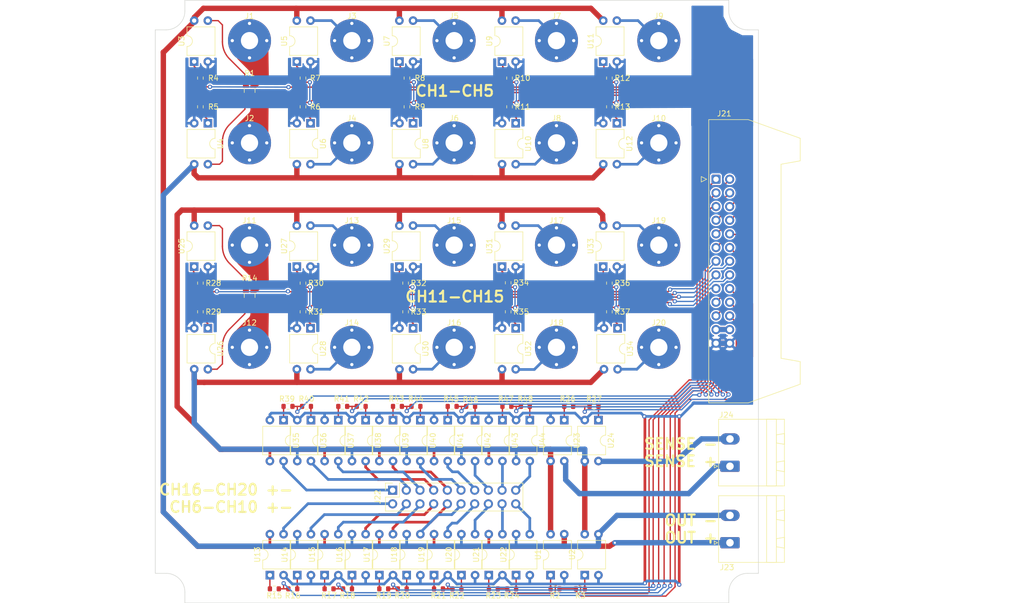
<source format=kicad_pcb>
(kicad_pcb (version 20221018) (generator pcbnew)
  (title_block (comment 4 "AISLER Project ID: XQLURGQF"))
  (layers (0 "F.Cu" signal) (31 "B.Cu" signal) (34 "B.Paste" user) (35 "F.Paste" user) (36 "B.SilkS" user "B.Silkscreen") (37 "F.SilkS" user "F.Silkscreen") (38 "B.Mask" user) (39 "F.Mask" user) (44 "Edge.Cuts" user))
  (net 0 "")
  (net 1 "/CH1_HIGH")
  (net 2 "/CH1_LOW")
  (net 3 "/CH2_HIGH")
  (net 4 "/CH2_LOW")
  (net 5 "/CH3_HIGH")
  (net 6 "/CH3_LOW")
  (net 7 "/CH4_HIGH")
  (net 8 "/CH4_LOW")
  (net 9 "/CH5_HIGH")
  (net 10 "/CH5_LOW")
  (net 11 "/CH11_HIGH")
  (net 12 "/CH11_LOW")
  (net 13 "/CH12_HIGH")
  (net 14 "/CH12_LOW")
  (net 15 "/CH13_HIGH")
  (net 16 "/CH13_LOW")
  (net 17 "/CH14_HIGH")
  (net 18 "/CH14_LOW")
  (net 19 "/CH15_HIGH")
  (net 20 "/CH15_LOW")
  (net 21 "/CH6_HIGH")
  (net 22 "/CH16_HIGH")
  (net 23 "/CH6_LOW")
  (net 24 "/CH16_LOW")
  (net 25 "/CH7_HIGH")
  (net 26 "/CH17_HIGH")
  (net 27 "/CH7_LOW")
  (net 28 "/CH17_LOW")
  (net 29 "/CH8_HIGH")
  (net 30 "/CH18_HIGH")
  (net 31 "/CH8_LOW")
  (net 32 "/CH18_LOW")
  (net 33 "/CH9_HIGH")
  (net 34 "/CH19_HIGH")
  (net 35 "/CH9_LOW")
  (net 36 "/CH19_LOW")
  (net 37 "/CH10_HIGH")
  (net 38 "/CH20_HIGH")
  (net 39 "/CH10_LOW")
  (net 40 "/CH20_LOW")
  (net 41 "/CH10")
  (net 42 "/CH9")
  (net 43 "/CH8")
  (net 44 "/CH7")
  (net 45 "/CH6")
  (net 46 "/CH5")
  (net 47 "/CH4")
  (net 48 "/CH3")
  (net 49 "/CH2")
  (net 50 "/CH1")
  (net 51 "/Bus2_input_enable")
  (net 52 "/Bus2_sense_enable")
  (net 53 "/CH11")
  (net 54 "/CH12")
  (net 55 "/CH13")
  (net 56 "/CH14")
  (net 57 "/CH15")
  (net 58 "/CH16")
  (net 59 "/CH17")
  (net 60 "/CH18")
  (net 61 "/CH19")
  (net 62 "/CH20")
  (net 63 "+3.3V")
  (net 64 "GND")
  (net 65 "Net-(R2-Pad1)")
  (net 66 "Net-(R3-Pad1)")
  (net 67 "Net-(R4-Pad1)")
  (net 68 "Net-(R5-Pad1)")
  (net 69 "Net-(R6-Pad1)")
  (net 70 "Net-(R7-Pad1)")
  (net 71 "Net-(R8-Pad1)")
  (net 72 "Net-(R9-Pad1)")
  (net 73 "Net-(R10-Pad1)")
  (net 74 "Net-(R11-Pad1)")
  (net 75 "Net-(R12-Pad1)")
  (net 76 "Net-(R13-Pad1)")
  (net 77 "Net-(R15-Pad1)")
  (net 78 "Net-(R16-Pad1)")
  (net 79 "Net-(R17-Pad1)")
  (net 80 "Net-(R18-Pad1)")
  (net 81 "Net-(R19-Pad1)")
  (net 82 "Net-(R20-Pad1)")
  (net 83 "Net-(R21-Pad1)")
  (net 84 "Net-(R22-Pad1)")
  (net 85 "Net-(R23-Pad1)")
  (net 86 "Net-(R24-Pad1)")
  (net 87 "Net-(R26-Pad1)")
  (net 88 "Net-(R27-Pad1)")
  (net 89 "Net-(R28-Pad1)")
  (net 90 "Net-(R29-Pad1)")
  (net 91 "Net-(R30-Pad1)")
  (net 92 "Net-(R31-Pad1)")
  (net 93 "Net-(R32-Pad1)")
  (net 94 "Net-(R33-Pad1)")
  (net 95 "Net-(R34-Pad1)")
  (net 96 "Net-(R35-Pad1)")
  (net 97 "Net-(R36-Pad1)")
  (net 98 "Net-(R37-Pad1)")
  (net 99 "Net-(R39-Pad1)")
  (net 100 "Net-(R40-Pad1)")
  (net 101 "Net-(R41-Pad1)")
  (net 102 "Net-(R42-Pad1)")
  (net 103 "Net-(R43-Pad1)")
  (net 104 "Net-(R44-Pad1)")
  (net 105 "Net-(R45-Pad1)")
  (net 106 "Net-(R46-Pad1)")
  (net 107 "Net-(R47-Pad1)")
  (net 108 "Net-(R48-Pad1)")
  (net 109 "/Out_HIGH")
  (net 110 "/Bus_HIGH")
  (net 111 "/Out_LOW")
  (net 112 "/Bus_LOW")
  (net 113 "/Sense_HIGH")
  (net 114 "/Sense_LOW")
  (net 115 "Net-(R1-Pad2)")
  (net 116 "Net-(R1-Pad3)")
  (net 117 "Net-(R14-Pad2)")
  (net 118 "Net-(R14-Pad3)")
  (footprint "project_specific_libs:CT2908-0" (layer "F.Cu") (at 133 57)
    (fp_text reference "J10")
    (fp_text value "Banana socket")
  )
  (footprint "Package_DIP:DIP-4_W7.62mm" (layer "F.Cu") (at 46.725 41.9 90)
    (fp_text reference "U3")
    (fp_text value "TLP3558A")
  )
  (footprint "project_specific_libs:CT2908-1" (layer "F.Cu") (at 133 38)
    (fp_text reference "J9")
    (fp_text value "Banana socket")
  )
  (footprint "Connector_Phoenix_MSTB:PhoenixContact_MSTBA_2,5_2-G-5,08_1x02_P5.08mm_Horizontal" (layer "F.Cu") (at 146.2125 131.31 90)
    (fp_text reference "J23")
    (fp_text value "Conn_01x02_Pin")
  )
  (footprint "Resistor_SMD:R_0603_1608Metric" (layer "F.Cu") (at 47.882 88.398 90)
    (fp_text reference "R29")
    (fp_text value "330R")
  )
  (footprint "Package_DIP:DIP-4_W7.62mm" (layer "F.Cu") (at 112.901 137.34 90)
    (fp_text reference "U1")
    (fp_text value "TLP3558A")
  )
  (footprint "Package_DIP:DIP-4_W7.62mm" (layer "F.Cu") (at 87.381 53.35 -90)
    (fp_text reference "U8")
    (fp_text value "TLP3558A")
  )
  (footprint "project_specific_libs:CT2908-0" (layer "F.Cu") (at 57 95)
    (fp_text reference "J12")
    (fp_text value "Banana socket")
  )
  (footprint "Resistor_SMD:R_0603_1608Metric" (layer "F.Cu") (at 104.7902 105.9748)
    (fp_text reference "R47")
    (fp_text value "330R")
  )
  (footprint "Connector_Phoenix_MSTB:PhoenixContact_MSTBA_2,5_2-G-5,08_1x02_P5.08mm_Horizontal" (layer "F.Cu") (at 146.2125 117.1 90)
    (fp_text reference "J24")
    (fp_text value "Conn_01x02_Pin")
  )
  (footprint "project_specific_libs:CT2908-1" (layer "F.Cu") (at 76 76)
    (fp_text reference "J13")
    (fp_text value "Banana socket")
  )
  (footprint "Resistor_SMD:R_0603_1608Metric" (layer "F.Cu") (at 75.2002 139.88 180)
    (fp_text reference "R18")
    (fp_text value "330R")
  )
  (footprint "Package_DIP:DIP-4_W7.62mm" (layer "F.Cu") (at 106.5052 137.34 90)
    (fp_text reference "U22")
    (fp_text value "TLP3558A")
  )
  (footprint "project_specific_libs:CT2908-1" (layer "F.Cu") (at 114 38)
    (fp_text reference "J7")
    (fp_text value "Banana socket")
  )
  (footprint "Resistor_SMD:R_0603_1608Metric" (layer "F.Cu") (at 92.0902 139.88)
    (fp_text reference "R21")
    (fp_text value "330R")
  )
  (footprint "Resistor_SMD:R_0603_1608Metric" (layer "F.Cu") (at 77.7402 105.9748 180)
    (fp_text reference "R42")
    (fp_text value "330R")
  )
  (footprint "Resistor_SMD:R_0603_1608Metric" (layer "F.Cu") (at 113.731 139.88)
    (fp_text reference "R2")
    (fp_text value "330R")
  )
  (footprint "Resistor_SMD:R_0603_1608Metric" (layer "F.Cu") (at 123.828 44.964 -90)
    (fp_text reference "R12")
    (fp_text value "330R")
  )
  (footprint "Package_DIP:DIP-4_W7.62mm" (layer "F.Cu") (at 63.3252 108.5148 -90)
    (fp_text reference "U35")
    (fp_text value "TLP3558A")
  )
  (footprint "Package_DIP:DIP-4_W7.62mm" (layer "F.Cu") (at 84.831 80 90)
    (fp_text reference "U29")
    (fp_text value "TLP3558A")
  )
  (footprint "Package_DIP:DIP-4_W7.62mm" (layer "F.Cu") (at 103.881 41.9 90)
    (fp_text reference "U9")
    (fp_text value "TLP3558A")
  )
  (footprint "Package_DIP:DIP-4_W7.62mm" (layer "F.Cu") (at 98.8852 108.5148 -90)
    (fp_text reference "U42")
    (fp_text value "TLP3558A")
  )
  (footprint "Resistor_SMD:R_0603_1608Metric" (layer "F.Cu") (at 123.828 83.064 -90)
    (fp_text reference "R36")
    (fp_text value "330R")
  )
  (footprint "Package_DIP:DIP-4_W7.62mm" (layer "F.Cu") (at 103.881 80 90)
    (fp_text reference "U31")
    (fp_text value "TLP3558A")
  )
  (footprint "Resistor_SMD:R_0603_1608Metric" (layer "F.Cu") (at 105.032 83.001 -90)
    (fp_text reference "R34")
    (fp_text value "330R")
  )
  (footprint "Package_DIP:DIP-4_W7.62mm" (layer "F.Cu") (at 81.1052 137.34 90)
    (fp_text reference "U17")
    (fp_text value "TLP3558A")
  )
  (footprint "Package_DIP:DIP-4_W7.62mm" (layer "F.Cu") (at 109.0452 108.5148 -90)
    (fp_text reference "U44")
    (fp_text value "TLP3558A")
  )
  (footprint "Resistor_SMD:R_0603_1608Metric" (layer "F.Cu") (at 66.932 83.064 -90)
    (fp_text reference "R30")
    (fp_text value "330R")
  )
  (footprint "Package_DIP:DIP-4_W7.62mm" (layer "F.Cu") (at 78.5652 108.5148 -90)
    (fp_text reference "U38")
    (fp_text value "TLP3558A")
  )
  (footprint "Resistor_SMD:R_0603_1608Metric" (layer "F.Cu") (at 47.882 83.064 -90)
    (fp_text reference "R28")
    (fp_text value "330R")
  )
  (footprint "Resistor_SMD:R_0603_1608Metric" (layer "F.Cu") (at 86.236 44.964 -90)
    (fp_text reference "R8")
    (fp_text value "330R")
  )
  (footprint "project_specific_libs:CT2908-1" (layer "F.Cu") (at 57 38)
    (fp_text reference "J1")
    (fp_text value "Banana socket")
  )
  (footprint "project_specific_libs:CT2908-0" (layer "F.Cu") (at 95 57)
    (fp_text reference "J6")
    (fp_text value "Banana socket")
  )
  (footprint "Package_DIP:DIP-4_W7.62mm" (layer "F.Cu") (at 93.8052 108.5148 -90)
    (fp_text reference "U41")
    (fp_text value "TLP3558A")
  )
  (footprint "Package_DIP:DIP-4_W7.62mm" (layer "F.Cu") (at 103.9652 108.5148 -90)
    (fp_text reference "U43")
    (fp_text value "TLP3558A")
  )
  (footprint "Package_DIP:DIP-4_W7.62mm" (layer "F.Cu") (at 88.7252 108.5148 -90)
    (fp_text reference "U40")
    (fp_text value "TLP3558A")
  )
  (footprint "Resistor_SMD:R_0603_1608Metric" (layer "F.Cu") (at 67.5802 105.9748 180)
    (fp_text reference "R40")
    (fp_text value "330R")
  )
  (footprint "project_specific_libs:CT2908-1" (layer "F.Cu") (at 57 76)
    (fp_text reference "J11")
    (fp_text value "Banana socket")
  )
  (footprint "Package_DIP:DIP-4_W7.62mm" (layer "F.Cu") (at 68.331 53.35 -90)
    (fp_text reference "U6")
    (fp_text value "TLP3558A")
  )
  (footprint "project_specific_libs:CT2908-0" (layer "F.Cu") (at 114 95)
    (fp_text reference "J18")
    (fp_text value "Banana socket")
  )
  (footprint "Package_DIP:DIP-4_W7.62mm" (layer "F.Cu") (at 122.677 41.9 90)
    (fp_text reference "U11")
    (fp_text value "TLP3558A")
  )
  (footprint "Resistor_SMD:R_0603_1608Metric" (layer "F.Cu") (at 118.431 139.88 180)
    (fp_text reference "R3")
    (fp_text value "330R")
  )
  (footprint "Package_DIP:DIP-4_W7.62mm" (layer "F.Cu") (at 84.831 41.9 90)
    (fp_text reference "U7")
    (fp_text value "TLP3558A")
  )
  (footprint "Resistor_SMD:R_0603_1608Metric" (layer "F.Cu") (at 105.032 88.398 90)
    (fp_text reference "R35")
    (fp_text value "330R")
  )
  (footprint "Package_DIP:DIP-4_W7.62mm" (layer "F.Cu") (at 65.781 80 90)
    (fp_text reference "U27")
    (fp_text value "TLP3558A")
  )
  (footprint "Package_DIP:DIP-4_W7.62mm" (layer "F.Cu") (at 86.1852 137.34 90)
    (fp_text reference "U18")
    (fp_text value "TLP3558A")
  )
  (footprint "Resistor_SMD:R_0603_1608Metric" (layer "F.Cu") (at 87.9002 105.9748 180)
    (fp_text reference "R44")
    (fp_text value "330R")
  )
  (footprint "project_specific_libs:CT2908-1" (layer "F.Cu") (at 95 76)
    (fp_text reference "J15")
    (fp_text value "Banana socket")
  )
  (footprint "mylib:R_Shunt_Ohmite_LVK12_ALT2" (layer "F.Cu") (at 57.026 47.25)
    (fp_text reference "R1")
    (fp_text value "0.05")
  )
  (footprint "Package_DIP:DIP-4_W7.62mm" (layer "F.Cu") (at 46.725 80 90)
    (fp_text reference "U25")
    (fp_text value "TLP3558A")
  )
  (footprint "Resistor_SMD:R_0603_1608Metric" (layer "F.Cu") (at 105.6802 139.88 180)
    (fp_text reference "R24")
    (fp_text value "330R")
  )
  (footprint "Package_DIP:DIP-4_W7.62mm" (layer "F.Cu") (at 49.275 91.45 -90)
    (fp_text reference "U26")
    (fp_text value "TLP3558A")
  )
  (footprint "Package_DIP:DIP-4_W7.62mm" (layer "F.Cu") (at 125.227 53.35 -90)
    (fp_text reference "U12")
    (fp_text value "TLP3558A")
  )
  (footprint "project_specific_libs:CT2908-0" (layer "F.Cu") (at 57 57)
    (fp_text reference "J2")
    (fp_text value "Banana socket")
  )
  (footprint "Connector_IDC:IDC-Header_2x13_P2.54mm_Latch_Horizontal" (layer "F.Cu") (at 143.622415 63.76)
    (fp_text reference "J21")
    (fp_text value "IDC-Header_2x13")
  )
  (footprint "Resistor_SMD:R_0603_1608Metric" (layer "F.Cu") (at 47.882 50.298 90)
    (fp_text reference "R5")
    (fp_text value "330R")
  )
  (footprint "Resistor_SMD:R_0603_1608Metric" (layer "F.Cu") (at 105.286 50.298 90)
    (fp_text reference "R11")
    (fp_text value "330R")
  )
  (footprint "Package_DIP:DIP-4_W7.62mm" (layer "F.Cu") (at 65.781 41.9 90)
    (fp_text reference "U5")
    (fp_text value "TLP3558A")
  )
  (footprint "Resistor_SMD:R_0603_1608Metric" (layer "F.Cu") (at 116.271 105.9748)
    (fp_text reference "R26")
    (fp_text value "330R")
  )
  (footprint "Resistor_SMD:R_0603_1608Metric" (layer "F.Cu") (at 123.828 50.298 90)
    (fp_text reference "R13")
    (fp_text value "330R" hide)
  )
  (footprint "Package_DIP:DIP-4_W7.62mm" (layer "F.Cu") (at 122.677 80 90)
    (fp_text reference "U33")
    (fp_text value "TLP3558A")
  )
  (footprint "Resistor_SMD:R_0603_1608Metric" (layer "F.Cu") (at 120.971 105.9748 180)
    (fp_text reference "R27")
    (fp_text value "330R")
  )
  (footprint "Package_DIP:DIP-4_W7.62mm" (layer "F.Cu") (at 68.331 91.45 -90)
    (fp_text reference "U28")
    (fp_text value "TLP3558A")
  )
  (footprint "Package_DIP:DIP-4_W7.62mm" (layer "F.Cu") (at 101.4252 137.34 90)
    (fp_text reference "U21")
    (fp_text value "TLP3558A")
  )
  (footprint "Resistor_SMD:R_0603_1608Metric" (layer "F.Cu") (at 85.3602 139.88 180)
    (fp_text reference "R20")
    (fp_text value "330R")
  )
  (footprint "Package_DIP:DIP-4_W7.62mm" (layer "F.Cu") (at 106.431 53.35 -90)
    (fp_text reference "U10")
    (fp_text value "TLP3558A")
  )
  (footprint "Package_DIP:DIP-4_W7.62mm" (layer "F.Cu") (at 60.7852 137.34 90)
    (fp_text reference "U13")
    (fp_text value "TLP3558A")
  )
  (footprint "mylib:R_Shunt_Ohmite_LVK12_ALT2" (layer "F.Cu") (at 57.026 85.35)
    (fp_text reference "R14")
    (fp_text value "0.05")
  )
  (footprint "Resistor_SMD:R_0603_1608Metric" (layer "F.Cu") (at 86.236 50.298 90)
    (fp_text reference "R9")
    (fp_text value "330R")
  )
  (footprint "Resistor_SMD:R_0603_1608Metric" (layer "F.Cu") (at 95.5202 139.88 180)
    (fp_text reference "R22")
    (fp_text value "330R")
  )
  (footprint "Resistor_SMD:R_0603_1608Metric" (layer "F.Cu") (at 94.6302 105.9748)
    (fp_text reference "R45")
    (fp_text value "330R")
  )
  (footprint "Resistor_SMD:R_0603_1608Metric" (layer "F.Cu") (at 84.4702 105.9748)
    (fp_text reference "R43")
    (fp_text value "330R")
  )
  (footprint "Package_DIP:DIP-4_W7.62mm" (layer "F.Cu") (at 83.6452 108.5148 -90)
    (fp_text reference "U39")
    (fp_text value "TLP3558A")
  )
  (footprint "Package_DIP:DIP-4_W7.62mm" (layer "F.Cu") (at 76.0252 137.34 90)
    (fp_text reference "U16")
    (fp_text value "TLP3558A")
  )
  (footprint "Resistor_SMD:R_0603_1608Metric" (layer "F.Cu") (at 81.9302 139.88)
    (fp_text reference "R19")
    (fp_text value "330R")
  )
  (footprint "Package_DIP:DIP-4_W7.62mm" (layer "F.Cu") (at 125.354 91.45 -90)
    (fp_text reference "U34")
    (fp_text value "TLP3558A")
  )
  (footprint "Package_DIP:DIP-4_W7.62mm" (layer "F.Cu") (at 49.275 53.35 -90)
    (fp_text reference "U4")
    (fp_text value "TLP3558A")
  )
  (footprint "Resistor_SMD:R_0603_1608Metric" (layer "F.Cu") (at 64.1502 105.9748)
    (fp_text reference "R39")
    (fp_text value "330R")
  )
  (footprint "project_specific_libs:CT2908-1" (layer "F.Cu") (at 76 38)
    (fp_text reference "J3")
    (fp_text value "Banana socket")
  )
  (footprint "Resistor_SMD:R_0603_1608Metric" (layer "F.Cu") (at 85.982 83.064 -90)
    (fp_text reference "R32")
    (fp_text value "330R")
  )
  (footprint "Package_DIP:DIP-4_W7.62mm" (layer "F.Cu") (at 68.4052 108.5148 -90)
    (fp_text reference "U36")
    (fp_text value "TLP3558A")
  )
  (footprint "Resistor_SMD:R_0603_1608Metric" (layer "F.Cu") (at 66.932 50.298 90)
    (fp_text reference "R7")
    (fp_text value "330R")
  )
  (footprint "Resistor_SMD:R_0603_1608Metric" (layer "F.Cu") (at 123.828 88.398 90)
    (fp_text reference "R37")
    (fp_text value "330R")
  )
  (footprint "Package_DIP:DIP-4_W7.62mm" (layer "F.Cu") (at 121.796 108.5148 -90)
    (fp_text reference "U24")
    (fp_text value "TLP3558A")
  )
  (footprint "Resistor_SMD:R_0603_1608Metric" (layer "F.Cu") (at 66.932 44.964 -90)
    (fp_text reference "R6")
    (fp_text value "330R")
  )
  (footprint "project_specific_libs:CT2908-1" (layer "F.Cu") (at 95 38)
    (fp_text reference "J5")
    (fp_text value "Banana socket")
  )
  (footprint "Package_DIP:DIP-4_W7.62mm" (layer "F.Cu") (at 106.431 91.45 -90)
    (fp_text reference "U32")
    (fp_text value "TLP3558A")
  )
  (footprint "project_specific_libs:CT2908-1" (layer "F.Cu") (at 114 76)
    (fp_text reference "J17")
    (fp_text value "Banana socket")
  )
  (footprint "project_specific_libs:CT2908-0" (layer "F.Cu") (at 133 95)
    (fp_text reference "J20")
    (fp_text value "Banana socket")
  )
  (footprint "Package_DIP:DIP-4_W7.62mm" (layer "F.Cu") (at 91.2652 137.34 90)
    (fp_text reference "U19")
    (fp_text value "TLP3558A")
  )
  (footprint "Resistor_SMD:R_0603_1608Metric" (layer "F.Cu") (at 71.7702 139.88)
    (fp_text reference "R17")
    (fp_text value "330R")
  )
  (footprint "project_specific_libs:CT2908-1" (layer "F.Cu") (at 133 76)
    (fp_text reference "J19")
    (fp_text value "Banana socket")
  )
  (footprint "Resistor_SMD:R_0603_1608Metric" (layer "F.Cu") (at 85.982 88.398 90)
    (fp_text reference "R33")
    (fp_text value "330R")
  )
  (footprint "project_specific_libs:CT2908-0" (layer "F.Cu") (at 114 57)
    (fp_text reference "J8")
    (fp_text value "Banana socket")
  )
  (footprint "Resistor_SMD:R_0603_1608Metric" (layer "F.Cu") (at 61.6102 139.88)
    (fp_text reference "R15")
    (fp_text value "330R")
  )
  (footprint "Resistor_SMD:R_0603_1608Metric" (layer "F.Cu") (at 108.2202 105.9748 180)
    (fp_text reference "R48")
    (fp_text value "330R")
  )
  (footprint "Resistor_SMD:R_0603_1608Metric" (layer "F.Cu") (at 66.932 88.398 90)
    (fp_text reference "R31")
    (fp_text value "330R")
  )
  (footprint "Resistor_SMD:R_0603_1608Metric" (layer "F.Cu") (at 105.286 44.964 -90)
    (fp_text reference "R10")
    (fp_text value "330R")
  )
  (footprint "project_specific_libs:CT2908-0" (layer "F.Cu") (at 76 95)
    (fp_text reference "J14")
    (fp_text value "Banana socket")
  )
  (footprint "Resistor_SMD:R_0603_1608Metric" (layer "F.Cu") (at 98.0602 105.9748 180)
    (fp_text reference "R46")
    (fp_text value "330R")
  )
  (footprint "Package_DIP:DIP-4_W7.62mm" (layer "F.Cu") (at 65.8652 137.34 90)
    (fp_text reference "U14")
    (fp_text value "TLP3558A")
  )
  (footprint "Package_DIP:DIP-4_W7.62mm" (layer "F.Cu") (at 119.251 137.34 90)
    (fp_text reference "U2")
    (fp_text value "TLP3558A")
  )
  (footprint "Package_DIP:DIP-4_W7.62mm" (layer "F.Cu") (at 70.9452 137.34 90)
    (fp_text reference "U15")
    (fp_text value "TLP3558A")
  )
  (footprint "project_specific_libs:CT2908-0" (layer "F.Cu") (at 76 57)
    (fp_text reference "J4")
    (fp_text value "Banana socket")
  )
  (footprint "Connector_PinSocket_2.54mm:PinSocket_2x10_P2.54mm_Vertical" (layer "F.Cu") (at 83.5736 121.5504 90)
    (fp_text reference "J22")
    (fp_text value "Conn_02x10_Odd_Even")
  )
  (footprint "Package_DIP:DIP-4_W7.62mm" (layer "F.Cu") (at 73.4852 108.5148 -90)
    (fp_text reference "U37")
    (fp_text value "TLP3558A")
  )
  (footprint "Resistor_SMD:R_0603_1608Metric" (layer "F.Cu") (at 65.0402 139.88 180)
    (fp_text reference "R16")
    (fp_text value "330R")
  )
  (footprint "Package_DIP:DIP-4_W7.62mm" (layer "F.Cu") (at 96.3452 137.34 90)
    (fp_text reference "U20")
    (fp_text value "TLP3558A")
  )
  (footprint "Package_DIP:DIP-4_W7.62mm" (layer "F.Cu") (at 115.446 108.5148 -90)
    (fp_text reference "U23")
    (fp_text value "TLP3558A")
  )
  (footprint "Resistor_SMD:R_0603_1608Metric" (layer "F.Cu") (at 102.2802 139.88)
    (fp_text reference "R23")
    (fp_text value "330R")
  )
  (footprint "project_specific_libs:CT2908-0" (layer "F.Cu") (at 95 95)
    (fp_text reference "J16")
    (fp_text value "Banana socket")
  )
  (footprint "Resistor_SMD:R_0603_1608Metric" (layer "F.Cu") (at 47.882 44.964 -90)
    (fp_text reference "R4")
    (fp_text value "330R")
  )
  (footprint "Package_DIP:DIP-4_W7.62mm" (layer "F.Cu") (at 87.381 91.45 -90)
    (fp_text reference "U30")
    (fp_text value "TLP3558A")
  )
  (footprint "Resistor_SMD:R_0603_1608Metric" (layer "F.Cu") (at 74.3102 105.9748)
    (fp_text reference "R41")
    (fp_text value "330R")
  )
  (gr_line (start 45 142.5) (end 45 140.5) (stroke (width 0.1)) (layer "Edge.Cuts"))
  (gr_line (start 146 30.5) (end 45 30.5) (stroke (width 0.1)) (layer "Edge.Cuts"))
  (gr_line (start 39.5 36) (end 41.5 36) (stroke (width 0.1)) (layer "Edge.Cuts"))
  (gr_arc (start 45 32.5) (mid 43.974874 34.974874) (end 41.5 36) (stroke (width 0.1)) (layer "Edge.Cuts"))
  (gr_line (start 151.5 36) (end 149.5 36) (stroke (width 0.1)) (layer "Edge.Cuts"))
  (gr_line (start 151.5 137) (end 151.5 36) (stroke (width 0.1)) (layer "Edge.Cuts"))
  (gr_line (start 151.5 137) (end 149.5 137) (stroke (width 0.1)) (layer "Edge.Cuts"))
  (gr_arc (start 146 140.5) (mid 147.025126 138.025126) (end 149.5 137) (stroke (width 0.1)) (layer "Edge.Cuts"))
  (gr_line (start 146 30.5) (end 146 32.5) (stroke (width 0.1)) (layer "Edge.Cuts"))
  (gr_arc (start 41.5 137) (mid 43.974874 138.025126) (end 45 140.5) (stroke (width 0.1)) (layer "Edge.Cuts"))
  (gr_line (start 39.5 36) (end 39.5 137) (stroke (width 0.1)) (layer "Edge.Cuts"))
  (gr_arc (start 149.5 36) (mid 147.025126 34.974874) (end 146 32.5) (stroke (width 0.1)) (layer "Edge.Cuts"))
  (gr_line (start 39.5 137) (end 41.5 137) (stroke (width 0.1)) (layer "Edge.Cuts"))
  (gr_line (start 146 142.5) (end 146 140.5) (stroke (width 0.1)) (layer "Edge.Cuts"))
  (gr_line (start 45 30.5) (end 45 32.5) (stroke (width 0.1)) (layer "Edge.Cuts"))
  (gr_line (start 45 142.5) (end 146 142.5) (stroke (width 0.1)) (layer "Edge.Cuts"))
  (gr_text "CH1-CH5" (at 95.126 48.52) (layer "F.SilkS") (effects (font (size 2 2) (thickness 0.4) bold) (justify bottom)))
  (gr_text "SENSE -\nSENSE +" (at 144.1025 114.56) (layer "F.SilkS") (effects (font (size 2 2) (thickness 0.4) bold) (justify right)))
  (gr_text "CH16-CH20 +-\nCH6-CH10 +-" (at 65.281 123.069) (layer "F.SilkS") (effects (font (size 2 2) (thickness 0.4) bold) (justify right)))
  (gr_text "OUT -\nOUT +" (at 144.1025 128.77) (layer "F.SilkS") (effects (font (size 2 2) (thickness 0.4) bold) (justify right)))
  (gr_text "CH11-CH15" (at 95.126 86.747) (layer "F.SilkS") (effects (font (size 2 2) (thickness 0.4) bold) (justify bottom)))
  (segment (start 72.1992 34.28) (end 76.076 38.1568) (width 0.5) (layer "B.Cu") (net 3))
  (segment (start 68.321 34.28) (end 72.1992 34.28) (width 0.5) (layer "B.Cu") (net 3))
  (segment (start 76 57) (end 72.034 60.966) (width 0.5) (layer "B.Cu") (net 4))
  (segment (start 72.034 60.966) (end 68.3036 60.966) (width 0.5) (layer "B.Cu") (net 4))
  (segment (start 87.371 34.28) (end 91.2492 34.28) (width 0.5) (layer "B.Cu") (net 5))
  (segment (start 91.2492 34.28) (end 95.126 38.1568) (width 0.5) (layer "B.Cu") (net 5))
  (segment (start 91.034 60.966) (end 87.3536 60.966) (width 0.5) (layer "B.Cu") (net 6))
  (segment (start 95 57) (end 91.034 60.966) (width 0.5) (layer "B.Cu") (net 6))
  (segment (start 106.421 34.28) (end 110.7056 34.28) (width 0.5) (layer "B.Cu") (net 7))
  (segment (start 110.7056 34.28) (end 114.2268 37.8012) (width 0.5) (layer "B.Cu") (net 7))
  (segment (start 114 57) (end 110.034 60.966) (width 0.5) (layer "B.Cu") (net 8))
  (segment (start 110.034 60.966) (end 106.4036 60.966) (width 0.5) (layer "B.Cu") (net 8))
  (segment (start 129.146 34.28) (end 133.0228 38.1568) (width 0.5) (layer "B.Cu") (net 9))
  (segment (start 125.217 34.28) (end 129.146 34.28) (width 0.5) (layer "B.Cu") (net 9))
  (segment (start 129.034 60.966) (end 125.2504 60.966) (width 0.5) (layer "B.Cu") (net 10))
  (segment (start 133 57) (end 129.034 60.966) (width 0.5) (layer "B.Cu") (net 10))
  (segment (start 68.321 72.38) (end 72.4532 72.38) (width 0.5) (layer "B.Cu") (net 13))
  (segment (start 72.4532 72.38) (end 76.1776 76.1044) (width 0.5) (layer "B.Cu") (net 13))
  (segment (start 71.934 99.066) (end 68.4052 99.066) (width 0.5) (layer "B.Cu") (net 14))
  (segment (start 76 95) (end 71.934 99.066) (width 0.5) (layer "B.Cu") (net 14))
  (segment (start 91.4524 72.38) (end 95.0752 76.0028) (width 0.5) (layer "B.Cu") (net 15))
  (segment (start 87.371 72.38) (end 91.4524 72.38) (width 0.5) (layer "B.Cu") (net 15))
  (segment (start 90.934 99.066) (end 87.4044 99.066) (width 0.5) (layer "B.Cu") (net 16))
  (segment (start 95 95) (end 90.934 99.066) (width 0.5) (layer "B.Cu") (net 16))
  (segment (start 110.604 72.38) (end 114.176 75.952) (width 0.5) (layer "B.Cu") (net 17))
  (segment (start 106.421 72.38) (end 110.604 72.38) (width 0.5) (layer "B.Cu") (net 17))
  (segment (start 114 95) (end 109.8832 99.1168) (width 0.5) (layer "B.Cu") (net 18))
  (segment (start 109.8832 99.1168) (end 106.4036 99.1168) (width 0.5) (layer "B.Cu") (net 18))
  (segment (start 129.4508 72.38) (end 133.0736 76.0028) (width 0.5) (layer "B.Cu") (net 19))
  (segment (start 125.217 72.38) (end 129.4508 72.38) (width 0.5) (layer "B.Cu") (net 19))
  (segment (start 128.934 99.066) (end 125.3012 99.066) (width 0.5) (layer "B.Cu") (net 20))
  (segment (start 133 95) (end 128.934 99.066) (width 0.5) (layer "B.Cu") (net 20))
  (segment (start 67.85423 124.0596) (end 83.5944 124.0596) (width 0.5) (layer "B.Cu") (net 21))
  (segment (start 63.3252 128.58863) (end 67.85423 124.0596) (width 0.5) (layer "B.Cu") (net 21))
  (segment (start 63.3252 129.72) (end 63.3252 128.58863) (width 0.5) (layer "B.Cu") (net 21))
  (segment (start 63.3252 116.1348) (end 63.3252 117.26617) (width 0.5) (layer "B.Cu") (net 22))
  (segment (start 67.57863 121.5196) (end 83.696 121.5196) (width 0.5) (layer "B.Cu") (net 22))
  (segment (start 63.3252 117.26617) (end 67.57863 121.5196) (width 0.5) (layer "B.Cu") (net 22))
  (segment (start 84.402028 126.0904) (end 86.1344 124.358028) (width 0.5) (layer "B.Cu") (net 23))
  (segment (start 68.4052 129.72) (end 68.4052 128.58863) (width 0.5) (layer "B.Cu") (net 23))
  (segment (start 68.4052 128.58863) (end 70.90343 126.0904) (width 0.5) (layer "B.Cu") (net 23))
  (segment (start 70.90343 126.0904) (end 84.402028 126.0904) (width 0.5) (layer "B.Cu") (net 23))
  (segment (start 84.9272 119.5504) (end 86.1344 120.7576) (width 0.5) (layer "B.Cu") (net 24))
  (segment (start 86.1344 120.7576) (end 86.1344 121.6212) (width 0.5) (layer "B.Cu") (net 24))
  (segment (start 68.4052 116.352517) (end 71.603083 119.5504) (width 0.5) (layer "B.Cu") (net 24))
  (segment (start 71.603083 119.5504) (end 84.9272 119.5504) (width 0.5) (layer "B.Cu") (net 24))
  (segment (start 74.4232 127.4904) (end 85.542028 127.4904) (width 0.5) (layer "B.Cu") (net 25))
  (segment (start 73.4852 128.4284) (end 74.4232 127.4904) (width 0.5) (layer "B.Cu") (net 25))
  (segment (start 73.4852 129.72) (end 73.4852 128.4284) (width 0.5) (layer "B.Cu") (net 25))
  (segment (start 85.542028 127.4904) (end 88.6236 124.408828) (width 0.5) (layer "B.Cu") (net 25))
  (segment (start 74.36943 118.1504) (end 85.542028 118.1504) (width 0.5) (layer "B.Cu") (net 26))
  (segment (start 73.4852 117.26617) (end 74.36943 118.1504) (width 0.5) (layer "B.Cu") (net 26))
  (segment (start 73.4852 116.1348) (end 73.4852 117.26617) (width 0.5) (layer "B.Cu") (net 26))
  (segment (start 85.542028 118.1504) (end 88.7252 121.333572) (width 0.5) (layer "B.Cu") (net 26))
  (segment (start 78.5652 128.58863) (end 81.06343 126.0904) (width 0.5) (layer "F.Cu") (net 27))
  (segment (start 78.5652 129.72) (end 78.5652 128.58863) (width 0.5) (layer "F.Cu") (net 27))
  (segment (start 89.482028 126.0904) (end 91.2144 124.358028) (width 0.5) (layer "F.Cu") (net 27))
  (segment (start 81.06343 126.0904) (end 89.482028 126.0904) (width 0.5) (layer "F.Cu") (net 27))
  (segment (start 78.5652 117.26617) (end 80.84943 119.5504) (width 0.5) (layer "F.Cu") (net 28))
  (segment (start 78.5652 116.1348) (end 78.5652 117.26617) (width 0.5) (layer "F.Cu") (net 28))
  (segment (start 89.482028 119.5504) (end 91.2144 121.282772) (width 0.5) (layer "F.Cu") (net 28))
  (segment (start 80.84943 119.5504) (end 89.482028 119.5504) (width 0.5) (layer "F.Cu") (net 28))
  (segment (start 84.74343 127.4904) (end 90.6284 127.4904) (width 0.5) (layer "F.Cu") (net 29))
  (segment (start 83.6452 128.58863) (end 84.74343 127.4904) (width 0.5) (layer "F.Cu") (net 29))
  (segment (start 83.6452 129.72) (end 83.6452 128.58863) (width 0.5) (layer "F.Cu") (net 29))
  (segment (start 90.6284 127.4904) (end 93.7544 124.3644) (width 0.5) (layer "F.Cu") (net 29))
  (segment (start 90.6392 118.1504) (end 93.7544 121.2656) (width 0.5) (layer "F.Cu") (net 30))
  (segment (start 83.6452 116.1348) (end 83.6452 117.3032) (width 0.5) (layer "F.Cu") (net 30))
  (segment (start 84.4924 118.1504) (end 90.6392 118.1504) (width 0.5) (layer "F.Cu") (net 30))
  (segment (start 83.6452 117.3032) (end 84.4924 118.1504) (width 0.5) (layer "F.Cu") (net 30))
  (segment (start 88.7252 129.387228) (end 92.022028 126.0904) (width 0.5) (layer "B.Cu") (net 31))
  (segment (start 94.562028 126.0904) (end 96.2436 124.408828) (width 0.5) (layer "B.Cu") (net 31))
  (segment (start 92.022028 126.0904) (end 94.562028 126.0904) (width 0.5) (layer "B.Cu") (net 31))
  (segment (start 88.7252 117.26617) (end 90.99743 119.5384) (width 0.5) (layer "B.Cu") (net 32))
  (segment (start 88.7252 116.1348) (end 88.7252 117.26617) (width 0.5) (layer "B.Cu") (net 32))
  (segment (start 90.99743 119.5384) (end 94.550028 119.5384) (width 0.5) (layer "B.Cu") (net 32))
  (segment (start 94.550028 119.5384) (end 96.2944 121.282772) (width 0.5) (layer "B.Cu") (net 32))
  (segment (start 93.8052 129.72) (end 93.8052 128.4792) (width 0.5) (layer "B.Cu") (net 33))
  (segment (start 94.618 127.6664) (end 95.526028 127.6664) (width 0.5) (layer "B.Cu") (net 33))
  (segment (start 93.8052 128.4792) (end 94.618 127.6664) (width 0.5) (layer "B.Cu") (net 33))
  (segment (start 95.526028 127.6664) (end 98.8344 124.358028) (width 0.5) (layer "B.Cu") (net 33))
  (segment (start 93.8052 117.26617) (end 94.67743 118.1384) (width 0.5) (layer "B.Cu") (net 34))
  (segment (start 93.8052 116.1348) (end 93.8052 117.26617) (width 0.5) (layer "B.Cu") (net 34))
  (segment (start 94.67743 118.1384) (end 95.7184 118.1384) (width 0.5) (layer "B.Cu") (net 34))
  (segment (start 95.7184 118.1384) (end 98.7328 121.1528) (width 0.5) (layer "B.Cu") (net 34))
  (segment (start 98.8852 127.1076) (end 101.4252 124.5676) (width 0.5) (layer "B.Cu") (net 35))
  (segment (start 98.8852 129.72) (end 98.8852 127.1076) (width 0.5) (layer "B.Cu") (net 35))
  (segment (start 98.8852 116.1348) (end 98.8852 118.793572) (width 0.5) (layer "B.Cu") (net 36))
  (segment (start 98.8852 118.793572) (end 101.3744 121.282772) (width 0.5) (layer "B.Cu") (net 36))
  (segment (start 103.9652 129.72) (end 103.9652 124.1612) (width 0.5) (layer "B.Cu") (net 37))
  (segment (start 103.9652 116.1348) (end 103.9652 121.4688) (width 0.5) (layer "B.Cu") (net 38))
  (segment (start 109.0452 126.752) (end 106.4036 124.1104) (width 0.5) (layer "B.Cu") (net 39))
  (segment (start 109.0452 129.72) (end 109.0452 126.752) (width 0.5) (layer "B.Cu") (net 39))
  (segment (start 109.0452 116.1348) (end 109.0452 118.9796) (width 0.5) (layer "B.Cu") (net 40))
  (segment (start 109.0452 118.9796) (end 106.4544 121.5704) (width 0.5) (layer "B.Cu") (net 40))
  (segment (start 140.084 100.695694) (end 139.713986 101.065708) (width 0.25) (layer "F.Cu") (net 41))
  (segment (start 131.194 140.468) (end 130.932 140.73) (width 0.25) (layer "F.Cu") (net 41))
  (segment (start 138.62997 101.065708) (end 131.194 108.501678) (width 0.25) (layer "F.Cu") (net 41))
  (segment (start 118.756 140.73) (end 118.481 140.455) (width 0.25) (layer "F.Cu") (net 41))
  (segment (start 141.770262 65.68426) (end 143.673215 63.781307) (width 0.25) (layer "F.Cu") (net 41))
  (segment (start 139.713986 101.065708) (end 138.62997 101.065708) (width 0.25) (layer "F.Cu") (net 41))
  (segment (start 104.8552 139.88) (end 105.7052 140.73) (width 0.25) (layer "F.Cu") (net 41))
  (segment (start 118.481 140.455) (end 118.481 139.466827) (width 0.25) (layer "F.Cu") (net 41))
  (segment (start 114.117827 139.03) (end 113.781 139.366827) (width 0.25) (layer "F.Cu") (net 41))
  (segment (start 141.770262 66.805954) (end 141.770262 65.68426) (width 0.25) (layer "F.Cu") (net 41))
  (segment (start 130.932 140.73) (end 118.756 140.73) (width 0.25) (layer "F.Cu") (net 41))
  (segment (start 131.194 108.5148) (end 131.194 140.468) (width 0.25) (layer "F.Cu") (net 41))
  (segment (start 113.781 139.366827) (end 113.781 140.393173) (width 0.25) (layer "F.Cu") (net 41))
  (segment (start 140.084 68.459) (end 140.084 100.695694) (width 0.25) (layer "F.Cu") (net 41))
  (segment (start 141.770262 66.805954) (end 140.133215 68.443001) (width 0.25) (layer "F.Cu") (net 41))
  (segment (start 103.1052 139.88) (end 104.9012 139.88) (width 0.25) (layer "F.Cu") (net 41))
  (segment (start 118.481 139.466827) (end 118.044173 139.03) (width 0.25) (layer "F.Cu") (net 41))
  (segment (start 113.444173 140.73) (end 105.7004 140.73) (width 0.25) (layer "F.Cu") (net 41))
  (segment (start 118.044173 139.03) (end 114.117827 139.03) (width 0.25) (layer "F.Cu") (net 41))
  (segment (start 113.781 140.393173) (end 113.444173 140.73) (width 0.25) (layer "F.Cu") (net 41))
  (segment (start 140.633215 100.853585) (end 139.921092 101.565708) (width 0.25) (layer "F.Cu") (net 42))
  (segment (start 146.213215 63.76) (end 144.988215 64.985) (width 0.25) (layer "F.Cu") (net 42))
  (segment (start 139.921092 101.565708) (end 138.837077 101.565708) (width 0.25) (layer "F.Cu") (net 42))
  (segment (start 138.837077 101.565708) (end 131.956 108.446785) (width 0.25) (layer "F.Cu") (net 42))
  (segment (start 142.352415 65.837588) (end 142.352415 66.930907) (width 0.25) (layer "F.Cu") (net 42))
  (segment (start 93.8052 139.88) (end 94.5672 139.88) (width 0.25) (layer "F.Cu") (net 42))
  (segment (start 142.352415 66.930907) (end 140.633215 68.650107) (width 0.25) (layer "F.Cu") (net 42))
  (segment (start 144.988215 64.985) (end 143.205003 64.985) (width 0.25) (layer "F.Cu") (net 42))
  (segment (start 93.8202 139.865) (end 93.8202 139.103) (width 0.25) (layer "F.Cu") (net 42))
  (segment (start 93.8052 139.88) (end 93.8202 139.865) (width 0.25) (layer "F.Cu") (net 42))
  (segment (start 131.956 108.464) (end 131.956 139.325) (width 0.25) (layer "F.Cu") (net 42))
  (segment (start 143.205003 64.985) (end 142.352415 65.837588) (width 0.25) (layer "F.Cu") (net 42))
  (segment (start 140.633215 68.650107) (end 140.633215 100.853585) (width 0.25) (layer "F.Cu") (net 42))
  (segment (start 94.5672 139.88) (end 92.9152 139.88) (width 0.25) (layer "F.Cu") (net 42))
  (via (at 131.9685 139.3265) (size 0.8) (drill 0.4) (layers "F.Cu" "B.Cu") (net 42))
  (via (at 93.8202 139.103) (size 0.8) (drill 0.4) (layers "F.Cu" "B.Cu") (net 42))
  (segment (start 131.7054 139.601) (end 131.702 139.601) (width 0.25) (layer "B.Cu") (net 42))
  (segment (start 131.9685 139.3379) (end 131.7054 139.601) (width 0.25) (layer "B.Cu") (net 42))
  (segment (start 94.3103 139.6015) (end 93.8052 139.0964) (width 0.25) (layer "B.Cu") (net 42))
  (segment (start 131.9685 139.3265) (end 131.9685 139.3379) (width 0.25) (layer "B.Cu") (net 42))
  (segment (start 131.6935 139.6015) (end 94.3103 139.6015) (width 0.25) (layer "B.Cu") (net 42))
  (segment (start 93.8202 139.103) (end 94.3182 139.601) (width 0.25) (layer "B.Cu") (net 42))
  (segment (start 140.132292 102.065708) (end 139.044184 102.065708) (width 0.25) (layer "F.Cu") (net 43))
  (segment (start 83.6602 139.88) (end 82.7552 139.88) (width 0.25) (layer "F.Cu") (net 43))
  (segment (start 141.133215 101.064785) (end 140.132292 102.065708) (width 0.25) (layer "F.Cu") (net 43))
  (segment (start 143.622415 66.400482) (end 141.133215 68.889682) (width 0.25) (layer "F.Cu") (net 43))
  (segment (start 141.133215 68.889682) (end 141.133215 101.064785) (width 0.25) (layer "F.Cu") (net 43))
  (segment (start 132.972 108.1592) (end 132.972 139.325) (width 0.25) (layer "F.Cu") (net 43))
  (segment (start 139.044184 102.065708) (end 132.972 108.137892) (width 0.25) (layer "F.Cu") (net 43))
  (segment (start 84.4072 139.88) (end 83.6602 139.88) (width 0.25) (layer "F.Cu") (net 43))
  (segment (start 83.6602 139.88) (end 83.6602 139.103) (width 0.25) (layer "F.Cu") (net 43))
  (via (at 133.018001 139.324931) (size 0.8) (drill 0.4) (layers "F.Cu" "B.Cu") (net 43))
  (via (at 83.6602 139.103) (size 0.8) (drill 0.4) (layers "F.Cu" "B.Cu") (net 43))
  (segment (start 132.290016 140.101) (end 84.6498 140.101) (width 0.25) (layer "B.Cu") (net 43))
  (segment (start 132.290016 140.101) (end 132.972 139.419016) (width 0.25) (layer "B.Cu") (net 43))
  (segment (start 83.6602 139.103) (end 84.6582 140.101) (width 0.25) (layer "B.Cu") (net 43))
  (segment (start 132.972 139.419016) (end 132.972 139.3504) (width 0.25) (layer "B.Cu") (net 43))
  (segment (start 84.6498 140.101) (end 83.6452 139.0964) (width 0.25) (layer "B.Cu") (net 43))
  (segment (start 133.018001 139.373015) (end 133.018001 139.324931) (width 0.25) (layer "B.Cu") (net 43))
  (segment (start 73.5002 139.88) (end 72.5952 139.88) (width 0.25) (layer "F.Cu") (net 44))
  (segment (start 144.892415 67.57) (end 143.160003 67.57) (width 0.25) (layer "F.Cu") (net 44))
  (segment (start 141.633215 101.316404) (end 140.383911 102.565708) (width 0.25) (layer "F.Cu") (net 44))
  (segment (start 139.251291 102.565708) (end 133.988 107.828999) (width 0.25) (layer "F.Cu") (net 44))
  (segment (start 133.988 139.198) (end 134.115 139.325) (width 0.25) (layer "F.Cu") (net 44))
  (segment (start 140.383911 102.565708) (end 139.251291 102.565708) (width 0.25) (layer "F.Cu") (net 44))
  (segment (start 143.160003 67.57) (end 141.641215 69.088788) (width 0.25) (layer "F.Cu") (net 44))
  (segment (start 133.988 107.829) (end 133.988 139.198) (width 0.25) (layer "F.Cu") (net 44))
  (segment (start 146.162415 66.3) (end 144.892415 67.57) (width 0.25) (layer "F.Cu") (net 44))
  (segment (start 141.633215 69.104295) (end 141.633215 101.316404) (width 0.25) (layer "F.Cu") (net 44))
  (segment (start 74.2472 139.88) (end 73.5002 139.88) (width 0.25) (layer "F.Cu") (net 44))
  (segment (start 73.5002 139.88) (end 73.5002 139.103) (width 0.25) (layer "F.Cu") (net 44))
  (via (at 134.067503 139.325006) (size 0.8) (drill 0.4) (layers "F.Cu" "B.Cu") (net 44))
  (via (at 73.5002 139.103) (size 0.8) (drill 0.4) (layers "F.Cu" "B.Cu") (net 44))
  (segment (start 134.067503 139.371445) (end 134.067503 139.325006) (width 0.25) (layer "B.Cu") (net 44))
  (segment (start 73.5002 139.103) (end 74.9982 140.601) (width 0.25) (layer "B.Cu") (net 44))
  (segment (start 134.0388 139.400148) (end 134.0388 139.2996) (width 0.25) (layer "B.Cu") (net 44))
  (segment (start 132.837948 140.601) (end 134.0388 139.400148) (width 0.25) (layer "B.Cu") (net 44))
  (segment (start 132.837948 140.601) (end 74.9898 140.601) (width 0.25) (layer "B.Cu") (net 44))
  (segment (start 74.9898 140.601) (end 73.4852 139.0964) (width 0.25) (layer "B.Cu") (net 44))
  (segment (start 62.4352 139.88) (end 64.0872 139.88) (width 0.25) (layer "F.Cu") (net 45))
  (segment (start 142.133215 101.52351) (end 142.133215 69.690107) (width 0.25) (layer "F.Cu") (net 45))
  (segment (start 140.591017 103.065708) (end 142.133215 101.52351) (width 0.25) (layer "F.Cu") (net 45))
  (segment (start 135.131 107.393106) (end 135.131 139.325) (width 0.25) (layer "F.Cu") (net 45))
  (segment (start 135.131 107.393106) (end 139.458398 103.065708) (width 0.25) (layer "F.Cu") (net 45))
  (segment (start 63.3402 138.849) (end 63.3252 139.088) (width 0.25) (layer "F.Cu") (net 45))
  (segment (start 142.962015 68.861307) (end 142.133215 69.690107) (width 0.25) (layer "F.Cu") (net 45))
  (segment (start 139.458398 103.065708) (end 140.591017 103.065708) (width 0.25) (layer "F.Cu") (net 45))
  (segment (start 63.3252 139.088) (end 63.3252 139.88) (width 0.25) (layer "F.Cu") (net 45))
  (via (at 135.117005 139.324998) (size 0.8) (drill 0.4) (layers "F.Cu" "B.Cu") (net 45))
  (via (at 63.3402 138.849) (size 0.8) (drill 0.4) (layers "F.Cu" "B.Cu") (net 45))
  (segment (start 135.117005 139.465995) (end 135.117005 139.324998) (width 0.25) (layer "B.Cu") (net 45))
  (segment (start 133.482 141.101) (end 135.1056 139.4774) (width 0.25) (layer "B.Cu") (net 45))
  (segment (start 65.5838 141.101) (end 63.3252 138.8424) (width 0.25) (layer "B.Cu") (net 45))
  (segment (start 133.482 141.101) (end 65.5838 141.101) (width 0.25) (layer "B.Cu") (net 45))
  (segment (start 63.3402 138.849) (end 65.5922 141.101) (width 0.25) (layer "B.Cu") (net 45))
  (segment (start 135.1056 139.4774) (end 135.1056 139.2996) (width 0.25) (layer "B.Cu") (net 45))
  (segment (start 125.9936 48.6404) (end 146.5544 48.6404) (width 0.25) (layer "F.Cu") (net 46))
  (segment (start 125.098 49.536) (end 124.781 49.473) (width 0.25) (layer "F.Cu") (net 46))
  (segment (start 125.098 45.726) (end 123.828 45.726) (width 0.25) (layer "F.Cu") (net 46))
  (segment (start 124.781 49.473) (end 123.828 49.473) (width 0.25) (layer "F.Cu") (net 46))
  (segment (start 146.5544 48.6404) (end 147.6024 49.6884) (width 0.25) (layer "F.Cu") (net 46))
  (segment (start 146.162415 68.937507) (end 147.635615 67.464307) (width 0.25) (layer "F.Cu") (net 46))
  (segment (start 147.635615 67.464307) (end 147.635615 49.6884) (width 0.25) (layer "F.Cu") (net 46))
  (segment (start 125.098 49.536) (end 125.9936 48.6404) (width 0.25) (layer "F.Cu") (net 46))
  (via (at 125.098 45.726) (size 0.8) (drill 0.4) (layers "F.Cu" "B.Cu") (net 46))
  (via (at 125.098 49.536) (size 0.8) (drill 0.4) (layers "F.Cu" "B.Cu") (net 46))
  (segment (start 125.098 49.536) (end 125.098 45.726) (width 0.25) (layer "B.Cu") (net 46))
  (segment (start 106.556 49.536) (end 107.9516 48.1404) (width 0.25) (layer "F.Cu") (net 47))
  (segment (start 148.135615 68.696719) (end 148.135615 49.464918) (width 0.25) (layer "F.Cu") (net 47))
  (segment (start 143.622415 71.477507) (end 144.937415 70.162507) (width 0.25) (layer "F.Cu") (net 47))
  (segment (start 107.9516 48.1404) (end 146.811098 48.1404) (width 0.25) (layer "F.Cu") (net 47))
  (segment (start 106.556 45.726) (end 105.286 45.726) (width 0.25) (layer "F.Cu") (net 47))
  (segment (start 148.135615 68.696719) (end 146.767334 70.065) (width 0.25) (layer "F.Cu") (net 47))
  (segment (start 146.811098 48.1404) (end 148.133149 49.462451) (width 0.25) (layer "F.Cu") (net 47))
  (segment (start 105.286 49.473) (end 106.493 49.473) (width 0.25) (layer "F.Cu") (net 47))
  (segment (start 146.767334 70.065) (end 145.039015 70.065) (width 0.25) (layer "F.Cu") (net 47))
  (segment (start 145.039015 70.065) (end 144.892415 70.2116) (width 0.25) (layer "F.Cu") (net 47))
  (segment (start 106.493 49.473) (end 106.556 49.536) (width 0.25) (layer "F.Cu") (net 47))
  (via (at 106.556 45.726) (size 0.8) (drill 0.4) (layers "F.Cu" "B.Cu") (net 47))
  (via (at 106.556 49.536) (size 0.8) (drill 0.4) (layers "F.Cu" "B.Cu") (net 47))
  (segment (start 106.556 49.536) (end 106.556 45.726) (width 0.25) (layer "B.Cu") (net 47))
  (segment (start 148.635615 69.004307) (end 148.635615 49.257812) (width 0.25) (layer "F.Cu") (net 48))
  (segment (start 87.506 45.726) (end 86.236 45.726) (width 0.25) (layer "F.Cu") (net 48))
  (segment (start 87.443 49.473) (end 87.506 49.536) (width 0.25) (layer "F.Cu") (net 48))
  (segment (start 89.4016 47.6404) (end 147.018204 47.6404) (width 0.25) (layer "F.Cu") (net 48))
  (segment (start 87.506 49.536) (end 89.4016 47.6404) (width 0.25) (layer "F.Cu") (net 48))
  (segment (start 147.018204 47.6404) (end 148.635615 49.257811) (width 0.25) (layer "F.Cu") (net 48))
  (segment (start 146.162415 71.477507) (end 148.635615 69.004307) (width 0.25) (layer "F.Cu") (net 48))
  (segment (start 86.236 49.473) (end 87.443 49.473) (width 0.25) (layer "F.Cu") (net 48))
  (via (at 87.506 49.536) (size 0.8) (drill 0.4) (layers "F.Cu" "B.Cu") (net 48))
  (via (at 87.506 45.726) (size 0.8) (drill 0.4) (layers "F.Cu" "B.Cu") (net 48))
  (segment (start 87.506 49.536) (end 87.506 45.726) (width 0.25) (layer "B.Cu") (net 48))
  (segment (start 147.22531 47.1404) (end 149.119655 49.034745) (width 0.25) (layer "F.Cu") (net 49))
  (segment (start 70.5976 47.1404) (end 147.22531 47.1404) (width 0.25) (layer "F.Cu") (net 49))
  (segment (start 68.139 49.473) (end 68.202 49.536) (width 0.25) (layer "F.Cu") (net 49))
  (segment (start 149.135615 49.050706) (end 149.135615 70.510907) (width 0.25) (layer "F.Cu") (net 49))
  (segment (start 149.135615 70.510907) (end 146.944015 72.702507) (width 0.25) (layer "F.Cu") (net 49))
  (segment (start 144.999815 72.695) (end 144.994015 72.7008) (width 0.25) (layer "F.Cu") (net 49))
  (segment (start 68.202 49.536) (end 70.5976 47.1404) (width 0.25) (layer "F.Cu") (net 49))
  (segment (start 66.932 49.473) (end 68.139 49.473) (width 0.25) (layer "F.Cu") (net 49))
  (segment (start 68.202 45.726) (end 66.932 45.726) (width 0.25) (layer "F.Cu") (net 49))
  (segment (start 146.936508 72.695) (end 144.999815 72.695) (width 0.25) (layer "F.Cu") (net 49))
  (segment (start 146.944015 72.702507) (end 146.936508 72.695) (width 0.25) (layer "F.Cu") (net 49))
  (segment (start 143.622415 74.017507) (end 144.937415 72.702507) (width 0.25) (layer "F.Cu") (net 49))
  (segment (start 144.994015 72.7008) (end 144.943215 72.7008) (width 0.25) (layer "F.Cu") (net 49))
  (via (at 68.202 49.536) (size 0.8) (drill 0.4) (layers "F.Cu" "B.Cu") (net 49))
  (via (at 68.202 45.726) (size 0.8) (drill 0.4) (layers "F.Cu" "B.Cu") (net 49))
  (segment (start 68.202 49.536) (end 68.202 45.726) (width 0.25) (layer "B.Cu") (net 49))
  (segment (start 147.432416 46.6404) (end 149.6344 48.842384) (width 0.25) (layer "F.Cu") (net 50))
  (segment (start 47.882 45.789) (end 47.882 49.282) (width 0.25) (layer "F.Cu") (net 50))
  (segment (start 146.162415 74.017507) (end 147.364496 74.017507) (width 0.25) (layer "F.Cu") (net 50))
  (segment (start 64.2396 46.6404) (end 147.432416 46.6404) (width 0.25) (layer "F.Cu") (net 50))
  (segment (start 47.9328 46.5896) (end 49.66 46.5896) (width 0.25) (layer "F.Cu") (net 50))
  (segment (start 149.635615 71.746388) (end 149.635615 48.8436) (width 0.25) (layer "F.Cu") (net 50))
  (segment (start 147.364496 74.017507) (end 149.635615 71.746388) (width 0.25) (layer "F.Cu") (net 50))
  (via (at 49.66 46.5896) (size 0.8) (drill 0.4) (layers "F.Cu" "B.Cu") (net 50))
  (via (at 64.2396 46.6404) (size 0.8) (drill 0.4) (layers "F.Cu" "B.Cu") (net 50))
  (segment (start 49.66 46.5896) (end 64.2396 46.6404) (width 0.25) (layer "B.Cu") (net 50))
  (segment (start 114.556 139.88) (end 117.351 139.88) (width 0.25) (layer "F.Cu") (net 51))
  (segment (start 136.02 107.211212) (end 138.56 104.671212) (width 0.25) (layer "F.Cu") (net 51))
  (segment (start 143.622415 76.46) (end 144.847415 75.235) (width 0.25) (layer "F.Cu") (net 51))
  (segment (start 118.548893 141.23) (end 134.308019 141.23) (width 0.25) (layer "F.Cu") (net 51))
  (segment (start 117.606 140.287106) (end 118.548893 141.23) (width 0.25) (layer "F.Cu") (net 51))
  (segment (start 138.56 104.671212) (end 146.131722 104.671212) (width 0.25) (layer "F.Cu") (net 51))
  (segment (start 144.847415 75.235) (end 146.669827 75.235) (width 0.25) (layer "F.Cu") (net 51))
  (segment (start 134.308019 141.23) (end 136.02 139.518019) (width 0.25) (layer "F.Cu") (net 51))
  (segment (start 150.387415 96.7206) (end 150.387415 86.890787) (width 0.25) (layer "F.Cu") (net 51))
  (segment (start 147.887415 84.390788) (end 150.378815 86.874) (width 0.25) (layer "F.Cu") (net 51))
  (segment (start 146.131722 104.671212) (end 146.797415 104.005519) (width 0.25) (layer "F.Cu") (net 51))
  (segment (start 146.784715 100.3233) (end 150.387415 96.7206) (width 0.25) (layer "F.Cu") (net 51))
  (segment (start 146.797415 104.005519) (end 146.797415 100.336) (width 0.25) (layer "F.Cu") (net 51))
  (segment (start 147.887415 76.452588) (end 147.887415 84.390788) (width 0.25) (layer "F.Cu") (net 51))
  (segment (start 117.606 139.88) (end 117.606 140.287106) (width 0.25) (layer "F.Cu") (net 51))
  (segment (start 136.02 139.518019) (end 136.02 107.211212) (width 0.25) (layer "F.Cu") (net 51))
  (segment (start 146.669827 75.235) (end 147.887415 76.452588) (width 0.25) (layer "F.Cu") (net 51))
  (segment (start 119.256 106.9692) (end 119.256 106.0548) (width 0.25) (layer "F.Cu") (net 52))
  (segment (start 145.133215 102.909784) (end 145.133215 101.251318) (width 0.25) (layer "F.Cu") (net 52))
  (segment (start 149.887415 87.097894) (end 149.887415 96.497118) (width 0.25) (layer "F.Cu") (net 52))
  (segment (start 147.387415 84.597894) (end 149.887415 87.097894) (width 0.25) (layer "F.Cu") (net 52))
  (segment (start 145.941918 103.765) (end 145.941918 103.718487) (width 0.25) (layer "F.Cu") (net 52))
  (segment (start 145.941918 103.718487) (end 145.146415 102.922984) (width 0.25) (layer "F.Cu") (net 52))
  (segment (start 146.162415 76.46) (end 147.387415 77.685) (width 0.25) (layer "F.Cu") (net 52))
  (segment (start 147.387415 77.685) (end 147.387415 84.597894) (width 0.25) (layer "F.Cu") (net 52))
  (segment (start 145.146415 102.922984) (end 145.133215 102.909784) (width 0.25) (layer "F.Cu") (net 52))
  (segment (start 117.096 105.9748) (end 120.098 105.9748) (width 0.25) (layer "F.Cu") (net 52))
  (segment (start 145.133215 101.251318) (end 149.887415 96.497118) (width 0.25) (layer "F.Cu") (net 52))
  (via (at 145.941918 103.765) (size 0.8) (drill 0.4) (layers "F.Cu" "B.Cu") (net 52))
  (via (at 119.256 106.9692) (size 0.8) (drill 0.4) (layers "F.Cu" "B.Cu") (net 52))
  (segment (start 145.089431 104.664) (end 145.941918 103.811513) (width 0.25) (layer "B.Cu") (net 52))
  (segment (start 139.159 104.664) (end 137.2332 106.5898) (width 0.25) (layer "B.Cu") (net 52))
  (segment (start 119.6062 106.5898) (end 119.256 106.94) (width 0.25) (layer "B.Cu") (net 52))
  (segment (start 137.2332 106.5898) (end 119.6062 106.5898) (width 0.25) (layer "B.Cu") (net 52))
  (segment (start 145.941918 103.811513) (end 145.941918 103.765) (width 0.25) (layer "B.Cu") (net 52))
  (segment (start 139.159 104.664) (end 145.089431 104.664) (width 0.25) (layer "B.Cu") (net 52))
  (segment (start 48.657 84.664) (end 50.854 84.664) (width 0.25) (layer "F.Cu") (net 53))
  (segment (start 47.882 87.573) (end 47.882 83.826) (width 0.25) (layer "F.Cu") (net 53))
  (segment (start 64.214 84.664) (end 134.725658 84.664) (width 0.25) (layer "F.Cu") (net 53))
  (segment (start 47.882 83.889) (end 48.657 84.664) (width 0.25) (layer "F.Cu") (net 53))
  (segment (start 134.725658 84.664) (end 135.106889 84.282769) (width 0.25) (layer "F.Cu") (net 53))
  (segment (start 64.138 84.588) (end 64.214 84.664) (width 0.25) (layer "F.Cu") (net 53))
  (segment (start 50.854 84.664) (end 50.93 84.588) (width 0.25) (layer "F.Cu") (net 53))
  (via (at 64.138 84.588) (size 0.8) (drill 0.4) (layers "F.Cu" "B.Cu") (net 53))
  (via (at 50.93 84.588) (size 0.8) (drill 0.4) (layers "F.Cu" "B.Cu") (net 53))
  (via (at 135.106889 84.282769) (size 0.8) (drill 0.4) (layers "F.Cu" "B.Cu") (net 53))
  (segment (start 139.637068 84.111135) (end 135.226865 84.111135) (width 0.25) (layer "B.Cu") (net 53))
  (segment (start 143.622415 79.054894) (end 141.645309 81.032) (width 0.25) (layer "B.Cu") (net 53))
  (segment (start 51.006 84.664) (end 64.062 84.664) (width 0.25) (layer "B.Cu") (net 53))
  (segment (start 141.645309 81.032) (end 141.645309 82.102894) (width 0.25) (layer "B.Cu") (net 53))
  (segment (start 135.226865 84.111135) (end 135.1056 84.2324) (width 0.25) (layer "B.Cu") (net 53))
  (segment (start 141.645309 82.102894) (end 139.637068 84.111135) (width 0.25) (layer "B.Cu") (net 53))
  (segment (start 135.687747 85.164) (end 135.965612 84.886135) (width 0.25) (layer "F.Cu") (net 54))
  (segment (start 66.932 87.573) (end 68.139 87.573) (width 0.25) (layer "F.Cu") (net 54))
  (segment (start 70.674 85.164) (end 135.687747 85.164) (width 0.25) (layer "F.Cu") (net 54))
  (segment (start 68.139 87.573) (end 68.202 87.636) (width 0.25) (layer "F.Cu") (net 54))
  (segment (start 68.202 83.826) (end 66.932 83.826) (width 0.25) (layer "F.Cu") (net 54))
  (segment (start 68.202 87.636) (end 70.674 85.164) (width 0.25) (layer "F.Cu") (net 54))
  (via (at 68.202 87.636) (size 0.8) (drill 0.4) (layers "F.Cu" "B.Cu") (net 54))
  (via (at 68.202 83.826) (size 0.8) (drill 0.4) (layers "F.Cu" "B.Cu") (net 54))
  (via (at 135.965612 84.886135) (size 0.8) (drill 0.4) (layers "F.Cu" "B.Cu") (net 54))
  (segment (start 143.069415 80.315) (end 144.898215 80.315) (width 0.25) (layer "B.Cu") (net 54))
  (segment (start 142.250815 82.204494) (end 142.250815 81.1336) (width 0.25) (layer "B.Cu") (net 54))
  (segment (start 135.9692 84.8928) (end 136.033 84.829) (width 0.25) (layer "B.Cu") (net 54))
  (segment (start 68.202 87.636) (end 68.202 83.826) (width 0.25) (layer "B.Cu") (net 54))
  (segment (start 142.250815 81.1336) (end 143.069415 80.315) (width 0.25) (layer "B.Cu") (net 54))
  (segment (start 136.033 84.829) (end 139.576 84.829) (width 0.25) (layer "B.Cu") (net 54))
  (segment (start 139.626309 84.829) (end 142.250815 82.204494) (width 0.25) (layer "B.Cu") (net 54))
  (segment (start 144.898215 80.315) (end 146.213215 79) (width 0.25) (layer "B.Cu") (net 54))
  (segment (start 136.6712 85.664) (end 89.224 85.664) (width 0.25) (layer "F.Cu") (net 55))
  (segment (start 89.224 85.664) (end 87.252 87.636) (width 0.25) (layer "F.Cu") (net 55))
  (segment (start 136.7312 85.604) (end 136.6712 85.664) (width 0.25) (layer "F.Cu") (net 55))
  (segment (start 85.982 87.573) (end 87.189 87.573) (width 0.25) (layer "F.Cu") (net 55))
  (segment (start 87.252 83.826) (end 85.982 83.826) (width 0.25) (layer "F.Cu") (net 55))
  (segment (start 87.189 87.573) (end 87.252 87.636) (width 0.25) (layer "F.Cu") (net 55))
  (via (at 87.252 83.826) (size 0.8) (drill 0.4) (layers "F.Cu" "B.Cu") (net 55))
  (via (at 87.252 87.636) (size 0.8) (drill 0.4) (layers "F.Cu" "B.Cu") (net 55))
  (via (at 136.7312 85.604) (size 0.8) (drill 0.4) (layers "F.Cu" "B.Cu") (net 55))
  (segment (start 143.622415 81.54) (end 139.498415 85.664) (width 0.25) (layer "B.Cu") (net 55))
  (segment (start 136.7912 85.664) (end 136.7312 85.604) (width 0.25) (layer "B.Cu") (net 55))
  (segment (start 87.252 87.636) (end 87.252 83.826) (width 0.25) (layer "B.Cu") (net 55))
  (segment (start 139.4744 85.664) (end 136.7912 85.664) (width 0.25) (layer "B.Cu") (net 55))
  (segment (start 106.302 83.826) (end 105.032 83.826) (width 0.25) (layer "F.Cu") (net 56))
  (segment (start 106.302 87.636) (end 107.774 86.164) (width 0.25) (layer "F.Cu") (net 56))
  (segment (start 105.985 87.573) (end 105.032 87.573) (width 0.25) (layer "F.Cu") (net 56))
  (segment (start 135.6947 86.164) (end 135.9692 86.4385) (width 0.25) (layer "F.Cu") (net 56))
  (segment (start 107.774 86.164) (end 135.6947 86.164) (width 0.25) (layer "F.Cu") (net 56))
  (segment (start 106.302 87.636) (end 105.985 87.573) (width 0.25) (layer "F.Cu") (net 56))
  (via (at 106.302 87.636) (size 0.8) (drill 0.4) (layers "F.Cu" "B.Cu") (net 56))
  (via (at 106.302 83.826) (size 0.8) (drill 0.4) (layers "F.Cu" "B.Cu") (net 56))
  (via (at 135.9692 86.4385) (size 0.8) (drill 0.4) (layers "F.Cu" "B.Cu") (net 56))
  (segment (start 106.302 87.636) (end 106.302 83.826) (width 0.25) (layer "B.Cu") (net 56))
  (segment (start 143.159415 82.765) (end 144.937415 82.765) (width 0.25) (layer "B.Cu") (net 56))
  (segment (start 135.9184 86.4676) (end 139.4236 86.4676) (width 0.25) (layer "B.Cu") (net 56))
  (segment (start 144.937415 82.765) (end 146.162415 81.54) (width 0.25) (layer "B.Cu") (net 56))
  (segment (start 139.456815 86.4676) (end 143.159415 82.765) (width 0.25) (layer "B.Cu") (net 56))
  (segment (start 125.098 83.826) (end 123.828 83.826) (width 0.25) (layer "F.Cu") (net 57))
  (segment (start 123.828 87.573) (end 125.035 87.573) (width 0.25) (layer "F.Cu") (net 57))
  (segment (start 125.098 87.636) (end 126.07 86.664) (width 0.25) (layer "F.Cu") (net 57))
  (segment (start 134.765264 86.664) (end 135.054717 86.953453) (width 0.25) (layer "F.Cu") (net 57))
  (segment (start 125.035 87.573) (end 125.098 87.636) (width 0.25) (layer "F.Cu") (net 57))
  (segment (start 126.07 86.664) (end 134.765264 86.664) (width 0.25) (layer "F.Cu") (net 57))
  (via (at 135.054717 86.953453) (size 0.8) (drill 0.4) (layers "F.Cu" "B.Cu") (net 57))
  (via (at 125.098 87.636) (size 0.8) (drill 0.4) (layers "F.Cu" "B.Cu") (net 57))
  (via (at 125.098 83.826) (size 0.8) (drill 0.4) (layers "F.Cu" "B.Cu") (net 57))
  (segment (start 139.418021 87.2135) (end 142.602321 84.0292) (width 0.25) (layer "B.Cu") (net 57))
  (segment (start 142.602321 84.0292) (end 143.622415 84.0292) (width 0.25) (layer "B.Cu") (net 57))
  (segment (start 135.2927 87.2135) (end 135.0548 86.9756) (width 0.25) (layer "B.Cu") (net 57))
  (segment (start 135.054717 86.953453) (end 135.314764 87.2135) (width 0.25) (layer "B.Cu") (net 57))
  (segment (start 125.098 87.636) (end 125.098 83.826) (width 0.25) (layer "B.Cu") (net 57))
  (segment (start 135.314764 87.2135) (end 139.4236 87.2135) (width 0.25) (layer "B.Cu") (net 57))
  (segment (start 144.892415 103.765) (end 144.633215 103.5058) (width 0.25) (layer "F.Cu") (net 58))
  (segment (start 65.8802 105.9748) (end 64.9752 105.9748) (width 0.25) (layer "F.Cu") (net 58))
  (segment (start 144.633215 103.5058) (end 144.633215 101.098) (width 0.25) (layer "F.Cu") (net 58))
  (segment (start 65.8802 105.9748) (end 65.8802 106.9758) (width 0.25) (layer "F.Cu") (net 58))
  (segment (start 146.162415 84.08) (end 149.387415 87.305) (width 0.25) (layer "F.Cu") (net 58))
  (segment (start 66.8812 105.9748) (end 65.8802 105.9748) (width 0.25) (layer "F.Cu") (net 58))
  (segment (start 149.387415 96.290012) (end 144.633215 101.044212) (width 0.25) (layer "F.Cu") (net 58))
  (segment (start 149.387415 87.305) (end 149.387415 96.290012) (width 0.25) (layer "F.Cu") (net 58))
  (via (at 144.892415 103.765) (size 0.8) (drill 0.4) (layers "F.Cu" "B.Cu") (net 58))
  (via (at 65.8802 106.9758) (size 0.8) (drill 0.4) (layers "F.Cu" "B.Cu") (net 58))
  (segment (start 68.803253 104.052747) (end 65.8652 106.9908) (width 0.25) (layer "B.Cu") (net 58))
  (segment (start 138.718267 101.565708) (end 142.713145 101.565708) (width 0.25) (layer "B.Cu") (net 58))
  (segment (start 144.7225 103.595085) (end 144.7225 103.575063) (width 0.25) (layer "B.Cu") (net 58))
  (segment (start 136.231228 104.052747) (end 68.803253 104.052747) (width 0.25) (layer "B.Cu") (net 58))
  (segment (start 138.718267 101.565708) (end 136.231228 104.052747) (width 0.25) (layer "B.Cu") (net 58))
  (segment (start 144.892415 103.765) (end 144.7225 103.595085) (width 0.25) (layer "B.Cu") (net 58))
  (segment (start 144.7225 103.575063) (end 142.713145 101.565708) (width 0.25) (layer "B.Cu") (net 58))
  (segment (start 76.0402 105.9748) (end 75.1352 105.9748) (width 0.25) (layer "F.Cu") (net 59))
  (segment (start 148.887415 96.082906) (end 144.133215 100.837106) (width 0.25) (layer "F.Cu") (net 59))
  (segment (start 77.0412 105.9748) (end 76.0402 105.9748) (width 0.25) (layer "F.Cu") (net 59))
  (segment (start 144.847415 85.395) (end 146.669827 85.395) (width 0.25) (layer "F.Cu") (net 59))
  (segment (start 148.887415 87.612588) (end 148.887415 96.082906) (width 0.25) (layer "F.Cu") (net 59))
  (segment (start 146.669827 85.395) (end 148.887415 87.612588) (width 0.25) (layer "F.Cu") (net 59))
  (segment (start 76.0402 105.9748) (end 76.0402 106.8488) (width 0.25) (layer "F.Cu") (net 59))
  (segment (start 144.133215 103.448206) (end 144.133215 100.844) (width 0.25) (layer "F.Cu") (net 59))
  (segment (start 143.622415 86.62) (end 144.847415 85.395) (width 0.25) (layer "F.Cu") (net 59))
  (segment (start 143.816421 103.765) (end 144.133215 103.448206) (width 0.25) (layer "F.Cu") (net 59))
  (via (at 76.0402 106.8488) (size 0.8) (drill 0.4) (layers "F.Cu" "B.Cu") (net 59))
  (via (at 143.816421 103.765) (size 0.8) (drill 0.4) (layers "F.Cu" "B.Cu") (net 59))
  (segment (start 138.925373 102.065708) (end 142.177123 102.065708) (width 0.25) (layer "B.Cu") (net 59))
  (segment (start 138.925373 102.065708) (end 136.438334 104.552747) (width 0.25) (layer "B.Cu") (net 59))
  (segment (start 143.816421 103.705006) (end 142.177123 102.065708) (width 0.25) (layer "B.Cu") (net 59))
  (segment (start 143.816421 103.765) (end 143.816421 103.705006) (width 0.25) (layer "B.Cu") (net 59))
  (segment (start 136.438334 104.552747) (end 78.412453 104.552747) (width 0.25) (layer "B.Cu") (net 59))
  (segment (start 78.412453 104.552747) (end 76.076 106.8892) (width 0.25) (layer "B.Cu") (net 59))
  (segment (start 143.633215 102.1032) (end 143.622415 102.114) (width 0.25) (layer "F.Cu") (net 60))
  (segment (start 143.633215 100.63) (end 143.633215 102.1032) (width 0.25) (layer "F.Cu") (net 60))
  (segment (start 148.387415 95.8758) (end 143.633215 100.63) (width 0.25) (layer "F.Cu") (net 60))
  (segment (start 148.387415 88.845) (end 148.387415 95.8758) (width 0.25) (layer "F.Cu") (net 60))
  (segment (start 86.2002 105.9748) (end 85.2952 105.9748) (width 0.25) (layer "F.Cu") (net 60))
  (segment (start 142.766918 103.765) (end 142.766918 103.011125) (width 0.25) (layer "F.Cu") (net 60))
  (segment (start 87.2012 105.9748) (end 86.2002 105.9748) (width 0.25) (layer "F.Cu") (net 60))
  (segment (start 142.766918 103.011125) (end 143.633215 102.144828) (width 0.25) (layer "F.Cu") (net 60))
  (segment (start 146.162415 86.62) (end 148.387415 88.845) (width 0.25) (layer "F.Cu") (net 60))
  (segment (start 86.2002 105.9748) (end 86.2002 106.8488) (width 0.25) (layer "F.Cu") (net 60))
  (via (at 86.2002 106.8488) (size 0.8) (drill 0.4) (layers "F.Cu" "B.Cu") (net 60))
  (via (at 142.766918 103.765) (size 0.8) (drill 0.4) (layers "F.Cu" "B.Cu") (net 60))
  (segment (start 142.766918 103.64293) (end 141.689696 102.565708) (width 0.25) (layer "B.Cu") (net 60))
  (segment (start 142.766918 103.765) (end 142.766918 103.64293) (width 0.25) (layer "B.Cu") (net 60))
  (segment (start 139.132479 102.565708) (end 141.689696 102.565708) (width 0.25) (layer "B.Cu") (net 60))
  (segment (start 139.132479 102.565708) (end 136.64544 105.052747) (width 0.25) (layer "B.Cu") (net 60))
  (segment (start 136.64544 105.052747) (end 87.970853 105.052747) (width 0.25) (layer "B.Cu") (net 60))
  (segment (start 87.970853 105.052747) (end 86.1852 106.8384) (width 0.25) (layer "B.Cu") (net 60))
  (segment (start 147.887415 95.558906) (end 143.133215 100.313106) (width 0.25) (layer "F.Cu") (net 61))
  (segment (start 143.133215 100.313106) (end 143.133215 101.937722) (width 0.25) (layer "F.Cu") (net 61))
  (segment (start 144.847415 87.935) (end 146.669827 87.935) (width 0.25) (layer "F.Cu") (net 61))
  (segment (start 97.1072 105.9748) (end 96.3602 105.9748) (width 0.25) (layer "F.Cu") (net 61))
  (segment (start 96.3602 105.9748) (end 96.3602 106.8488) (width 0.25) (layer "F.Cu") (net 61))
  (segment (start 143.622415 89.16) (end 144.847415 87.935) (width 0.25) (layer "F.Cu") (net 61))
  (segment (start 141.717415 103.765) (end 141.717415 103.353522) (width 0.25) (layer "F.Cu") (net 61))
  (segment (start 147.887415 89.152588) (end 147.887415 95.558906) (width 0.25) (layer "F.Cu") (net 61))
  (segment (start 96.3602 105.9748) (end 95.4552 105.9748) (width 0.25) (layer "F.Cu") (net 61))
  (segment (start 146.669827 87.935) (end 147.887415 89.152588) (width 0.25) (layer "F.Cu") (net 61))
  (segment (start 141.717415 103.353522) (end 143.133215 101.937722) (width 0.25) (layer "F.Cu") (net 61))
  (via (at 141.717415 103.765) (size 0.8) (drill 0.4) (layers "F.Cu" "B.Cu") (net 61))
  (via (at 96.3602 106.8488) (size 0.8) (drill 0.4) (layers "F.Cu" "B.Cu") (net 61))
  (segment (start 139.339585 103.065708) (end 141.018123 103.065708) (width 0.25) (layer "B.Cu") (net 61))
  (segment (start 141.717415 103.765) (end 141.018123 103.065708) (width 0.25) (layer "B.Cu") (net 61))
  (segment (start 139.339585 103.065708) (end 136.852546 105.552747) (width 0.25) (layer "B.Cu") (net 61))
  (segment (start 97.630853 105.552747) (end 96.3452 106.8384) (width 0.25) (layer "B.Cu") (net 61))
  (segment (start 136.852546 105.552747) (end 97.630853 105.552747) (width 0.25) (layer "B.Cu") (net 61))
  (segment (start 147.387415 95.3518) (end 142.633215 100.106) (width 0.25) (layer "F.Cu") (net 62))
  (segment (start 146.162415 89.16) (end 147.387415 90.385) (width 0.25) (layer "F.Cu") (net 62))
  (segment (start 142.633215 101.730616) (end 140.523123 103.840708) (width 0.25) (layer "F.Cu") (net 62))
  (segment (start 106.5202 105.9748) (end 105.6152 105.9748) (width 0.25) (layer "F.Cu") (net 62))
  (segment (start 106.5202 105.9748) (end 106.5202 106.8488) (width 0.25) (layer "F.Cu") (net 62))
  (segment (start 107.2672 105.9748) (end 106.5202 105.9748) (width 0.25) (layer "F.Cu") (net 62))
  (segment (start 142.633215 100.106) (end 142.633215 101.730616) (width 0.25) (layer "F.Cu") (net 62))
  (segment (start 147.387415 90.385) (end 147.387415 95.3518) (width 0.25) (layer "F.Cu") (net 62))
  (via (at 106.5202 106.8488) (size 0.8) (drill 0.4) (layers "F.Cu" "B.Cu") (net 62))
  (via (at 140.523123 103.840708) (size 0.8) (drill 0.4) (layers "F.Cu" "B.Cu") (net 62))
  (segment (start 139.2712 103.844694) (end 139.2712 103.8412) (width 0.25) (layer "B.Cu") (net 62))
  (segment (start 140.523123 103.840708) (end 140.0196 103.840708) (width 0.25) (layer "B.Cu") (net 62))
  (segment (start 137.063147 106.052747) (end 107.290853 106.052747) (width 0.25) (layer "B.Cu") (net 62))
  (segment (start 107.290853 106.052747) (end 106.5052 106.8384) (width 0.25) (layer "B.Cu") (net 62))
  (segment (start 139.2712 103.8412) (end 140.084 103.8412) (width 0.25) (layer "B.Cu") (net 62))
  (segment (start 137.063147 106.052747) (end 139.2712 103.844694) (width 0.25) (layer "B.Cu") (net 62))
  (segment (start 143.622415 91.7) (end 146.213215 91.7) (width 1) (layer "F.Cu") (net 63))
  (segment (start 143.622415 91.7) (end 146.162415 91.7) (width 1) (layer "B.Cu") (net 63))
  (segment (start 136.7945 139.1052) (end 136.7945 107.829) (width 0.5) (layer "F.Cu") (net 64))
  (segment (start 130.4195 107.9435) (end 130.305 107.829) (width 0.5) (layer "F.Cu") (net 64))
  (segment (start 130.4195 138.8265) (end 130.4195 107.9435) (width 0.5) (layer "F.Cu") (net 64))
  (segment (start 143.622415 94.24) (end 146.213215 94.24) (width 1) (layer "F.Cu") (net 64))
  (via (at 130.4195 138.8265) (size 0.8) (drill 0.4) (layers "F.Cu" "B.Cu") (net 64))
  (via (at 136.7945 139.1052) (size 0.8) (drill 0.4) (layers "F.Cu" "B.Cu") (net 64))
  (via (at 130.305 107.829) (size 0.8) (drill 0.4) (layers "F.Cu" "B.Cu") (net 64))
  (via (at 136.7945 107.829) (size 0.8) (drill 0.4) (layers "F.Cu" "B.Cu") (net 64))
  (segment (start 120.556 107.2148) (end 119.256 108.5148) (width 0.5) (layer "B.Cu") (net 64))
  (segment (start 112.8252 107.2148) (end 112.8552 107.2448) (width 0.5) (layer "B.Cu") (net 64))
  (segment (start 86.2002 108.4698) (end 87.4552 107.2148) (width 0.5) (layer "B.Cu") (net 64))
  (segment (start 70.9452 108.5148) (end 70.9452 107.2448) (width 0.5) (layer "B.Cu") (net 64))
  (segment (start 60.8002 108.4998) (end 60.8002 107.4838) (width 0.5) (layer "B.Cu") (net 64))
  (segment (start 93.8202 137.325) (end 95.4712 138.976) (width 0.5) (layer "B.Cu") (net 64))
  (segment (start 121.796 138.944) (end 121.796 137.34) (width 0.5) (layer "B.Cu") (net 64))
  (segment (start 137.036 107.829) (end 139.576 105.289) (width 0.5) (layer "B.Cu") (net 64))
  (segment (start 112.906 107.2148) (end 117.448 107.2148) (width 0.5) (layer "B.Cu") (net 64))
  (segment (start 96.3602 108.4398) (end 97.5852 107.2148) (width 0.5) (layer "B.Cu") (net 64))
  (segment (start 115.446 138.976) (end 130.27 138.976) (width 0.5) (layer "B.Cu") (net 64))
  (segment (start 97.5852 107.2148) (end 105.2652 107.2148) (width 0.5) (layer "B.Cu") (net 64))
  (segment (start 143.622415 94.24) (end 146.162415 94.24) (width 1) (layer "B.Cu") (net 64))
  (segment (start 65.8802 108.6268) (end 67.2922 107.2148) (width 0.5) (layer "B.Cu") (net 64))
  (segment (start 74.8822 107.2148) (end 76.0402 108.3728) (width 0.5) (layer "B.Cu") (net 64))
  (segment (start 117.448 107.2148) (end 119.256 109.0228) (width 0.5) (layer "B.Cu") (net 64))
  (segment (start 105.6017 138.9765) (end 115.4968 138.9765) (width 0.5) (layer "B.Cu") (net 64))
  (segment (start 101.4252 108.5148) (end 101.4252 107.2448) (width 0.5) (layer "B.Cu") (net 64))
  (segment (start 95.4712 138.976) (end 102.3292 138.976) (width 0.5) (layer "B.Cu") (net 64))
  (segment (start 68.4052 137.34) (end 68.4052 138.864) (width 0.5) (layer "B.Cu") (net 64))
  (segment (start 64.9652 138.98) (end 71.9052 138.98) (width 0.5) (layer "B.Cu") (net 64))
  (segment (start 130.4195 138.8265) (end 130.821002 138.424998) (width 0.5) (layer "B.Cu") (net 64))
  (segment (start 106.5202 108.4698) (end 107.7752 107.2148) (width 0.5) (layer "B.Cu") (net 64))
  (segment (start 84.9452 107.2148) (end 86.2002 108.4698) (width 0.5) (layer "B.Cu") (net 64))
  (segment (start 102.3292 138.976) (end 103.9802 137.325) (width 0.5) (layer "B.Cu") (net 64))
  (segment (start 130.821002 138.424998) (end 136.114298 138.424998) (width 0.5) (layer "B.Cu") (net 64))
  (segment (start 129.6908 107.2148) (end 120.556 107.2148) (width 0.5) (layer "B.Cu") (net 64))
  (segment (start 76.0402 108.3728) (end 77.1982 107.2148) (width 0.5) (layer "B.Cu") (net 64))
  (segment (start 83.6452 137.34) (end 85.2812 138.976) (width 0.5) (layer "B.Cu") (net 64))
  (segment (start 136.114298 138.424998) (end 136.7945 139.1052) (width 0.5) (layer "B.Cu") (net 64))
  (segment (start 94.9482 107.2148) (end 96.3602 108.6268) (width 0.5) (layer "B.Cu") (net 64))
  (segment (start 64.4682 107.2148) (end 65.8802 108.6268) (width 0.5) (layer "B.Cu") (net 64))
  (segment (start 115.446 138.976) (end 115.446 137.34) (width 0.5) (layer "B.Cu") (net 64))
  (segment (start 75.0952 138.98) (end 82.0052 138.98) (width 0.5) (layer "B.Cu") (net 64))
  (segment (start 63.3252 137.34) (end 64.9652 138.98) (width 0.5) (layer "B.Cu") (net 64))
  (segment (start 130.305 107.829) (end 129.6908 107.2148) (width 0.5) (layer "B.Cu") (net 64))
  (segment (start 60.8002 107.4838) (end 61.0692 107.2148) (width 0.5) (layer "B.Cu") (net 64))
  (segment (start 71.9052 138.98) (end 73.5002 137.385) (width 0.5) (layer "B.Cu") (net 64))
  (segment (start 130.305 107.829) (end 137.036 107.829) (width 0.5) (layer "B.Cu") (net 64))
  (segment (start 92.1692 138.976) (end 93.8202 137.325) (width 0.5) (layer "B.Cu") (net 64))
  (segment (start 105.2652 107.2148) (end 106.5202 108.4698) (width 0.5) (layer "B.Cu") (net 64))
  (segment (start 77.1982 107.2148) (end 84.9452 107.2148) (width 0.5) (layer "B.Cu") (net 64))
  (segment (start 61.0692 107.2148) (end 64.4682 107.2148) (width 0.5) (layer "B.Cu") (net 64))
  (segment (start 88.7252 137.34) (end 88.7252 138.864) (width 0.5) (layer "B.Cu") (net 64))
  (segment (start 81.1052 108.5148) (end 81.1052 107.2448) (width 0.5) (layer "B.Cu") (net 64))
  (segment (start 82.0052 138.98) (end 83.6602 137.325) (width 0.5) (layer "B.Cu") (net 64))
  (segment (start 92.1692 138.976) (end 85.2812 138.976) (width 0.5) (layer "B.Cu") (net 64))
  (segment (start 87.4552 107.2148) (end 94.9482 107.2148) (width 0.5) (layer "B.Cu") (net 64))
  (segment (start 112.906 107.2148) (end 112.906 109.0228) (width 0.5) (layer "B.Cu") (net 64))
  (segment (start 109.0452 137.34) (end 109.0452 138.864) (width 0.5) (layer "B.Cu") (net 64))
  (segment (start 67.2922 107.2148) (end 74.8822 107.2148) (width 0.5) (layer "B.Cu") (net 64))
  (segment (start 107.7752 107.2148) (end 112.8252 107.2148) (width 0.5) (layer "B.Cu") (net 64))
  (segment (start 103.9652 137.34) (end 105.6017 138.9765) (width 0.5) (layer "B.Cu") (net 64))
  (segment (start 130.27 138.976) (end 130.4195 138.8265) (width 0.5) (layer "B.Cu") (net 64))
  (segment (start 73.5002 137.385) (end 75.0952 138.98) (width 0.5) (layer "B.Cu") (net 64))
  (segment (start 78.5652 137.34) (end 78.5652 138.864) (width 0.5) (layer "B.Cu") (net 64))
  (segment (start 91.2652 108.5148) (end 91.2652 107.4988) (width 0.5) (layer "B.Cu") (net 64))
  (segment (start 98.8852 137.34) (end 98.8852 138.864) (width 0.5) (layer "B.Cu") (net 64))
  (segment (start 112.906 139.88) (end 112.906 137.34) (width 0.25) (layer "F.Cu") (net 65))
  (segment (start 119.256 139.88) (end 119.256 137.34) (width 0.25) (layer "F.Cu") (net 66))
  (segment (start 46.725 42.791) (end 47.882 43.948) (width 0.25) (layer "F.Cu") (net 67))
  (segment (start 46.725 41.9) (end 46.725 42.791) (width 0.25) (layer "F.Cu") (net 67))
  (segment (start 49.275 52.707) (end 47.882 51.314) (width 0.25) (layer "F.Cu") (net 68))
  (segment (start 65.781 41.9) (end 65.781 42.797) (width 0.25) (layer "F.Cu") (net 69))
  (segment (start 65.781 42.797) (end 66.932 43.948) (width 0.25) (layer "F.Cu") (net 69))
  (segment (start 68.331 52.459) (end 66.932 51.06) (width 0.25) (layer "F.Cu") (net 70))
  (segment (start 68.331 53.35) (end 68.331 52.459) (width 0.25) (layer "F.Cu") (net 70))
  (segment (start 86.236 44.139) (end 84.966 42.869) (width 0.25) (layer "F.Cu") (net 71))
  (segment (start 84.966 42.869) (end 84.966 41.916) (width 0.25) (layer "F.Cu") (net 71))
  (segment (start 87.506 52.393) (end 87.506 53.346) (width 0.25) (layer "F.Cu") (net 72))
  (segment (start 86.236 51.123) (end 87.506 52.393) (width 0.25) (layer "F.Cu") (net 72))
  (segment (start 105.286 44.139) (end 104.016 42.869) (width 0.25) (layer "F.Cu") (net 73))
  (segment (start 104.016 42.869) (end 104.016 41.916) (width 0.25) (layer "F.Cu") (net 73))
  (segment (start 105.286 51.123) (end 106.556 52.393) (width 0.25) (layer "F.Cu") (net 74))
  (segment (start 106.556 52.393) (end 106.556 53.346) (width 0.25) (layer "F.Cu") (net 74))
  (segment (start 122.812 43.123) (end 122.812 41.916) (width 0.25) (layer "F.Cu") (net 75))
  (segment (start 123.828 44.139) (end 122.812 43.123) (width 0.25) (layer "F.Cu") (net 75))
  (segment (start 123.828 51.123) (end 125.352 52.647) (width 0.25) (layer "F.Cu") (net 76))
  (segment (start 125.352 52.647) (end 125.352 53.346) (width 0.25) (layer "F.Cu") (net 76))
  (segment (start 60.7852 137.34) (end 60.7852 139.88) (width 0.25) (layer "F.Cu") (net 77))
  (segment (start 65.8652 137.34) (end 65.8652 139.88) (width 0.25) (layer "F.Cu") (net 78))
  (segment (start 70.9452 137.34) (end 70.9452 139.88) (width 0.25) (layer "F.Cu") (net 79))
  (segment (start 76.0252 137.34) (end 76.0252 139.88) (width 0.25) (layer "F.Cu") (net 80))
  (segment (start 81.1052 137.34) (end 81.1052 139.88) (width 0.25) (layer "F.Cu") (net 81))
  (segment (start 86.1852 137.34) (end 86.1852 139.626) (width 0.25) (layer "F.Cu") (net 82))
  (segment (start 91.2652 137.34) (end 91.2652 139.88) (width 0.25) (layer "F.Cu") (net 83))
  (segment (start 96.3452 137.34) (end 96.3452 139.88) (width 0.25) (layer "F.Cu") (net 84))
  (segment (start 101.4252 137.34) (end 101.4252 139.88) (width 0.25) (layer "F.Cu") (net 85))
  (segment (start 106.5052 137.34) (end 106.5052 139.88) (width 0.25) (layer "F.Cu") (net 86))
  (segment (start 115.446 109.0228) (end 115.446 106.4828) (width 0.25) (layer "F.Cu") (net 87))
  (segment (start 121.796 109.0228) (end 121.796 106.4828) (width 0.25) (layer "F.Cu") (net 88))
  (segment (start 46.612 80.969) (end 46.612 80.016) (width 0.25) (layer "F.Cu") (net 89))
  (segment (start 47.882 82.239) (end 46.612 80.969) (width 0.25) (layer "F.Cu") (net 89))
  (segment (start 47.882 89.223) (end 49.406 90.747) (width 0.25) (layer "F.Cu") (net 90))
  (segment (start 49.406 90.747) (end 49.406 91.446) (width 0.25) (layer "F.Cu") (net 90))
  (segment (start 65.781 80.897) (end 66.932 82.048) (width 0.25) (layer "F.Cu") (net 91))
  (segment (start 65.781 80) (end 65.781 80.897) (width 0.25) (layer "F.Cu") (net 91))
  (segment (start 68.456 90.747) (end 68.456 91.446) (width 0.25) (layer "F.Cu") (net 92))
  (segment (start 66.932 89.223) (end 68.456 90.747) (width 0.25) (layer "F.Cu") (net 92))
  (segment (start 84.831 81.151) (end 85.982 82.302) (width 0.25) (layer "F.Cu") (net 93))
  (segment (start 84.831 80) (end 84.831 81.151) (width 0.25) (layer "F.Cu") (net 93))
  (segment (start 87.381 90.559) (end 85.982 89.16) (width 0.25) (layer "F.Cu") (net 94))
  (segment (start 87.381 91.45) (end 87.381 90.559) (width 0.25) (layer "F.Cu") (net 94))
  (segment (start 103.881 80) (end 103.881 80.897) (width 0.25) (layer "F.Cu") (net 95))
  (segment (start 103.881 80.897) (end 105.032 82.048) (width 0.25) (layer "F.Cu") (net 95))
  (segment (start 106.556 90.747) (end 106.556 91.7) (width 0.25) (layer "F.Cu") (net 96))
  (segment (start 105.032 89.223) (end 106.556 90.747) (width 0.25) (layer "F.Cu") (net 96))
  (segment (start 122.677 81.151) (end 123.828 82.302) (width 0.25) (layer "F.Cu") (net 97))
  (segment (start 122.677 80) (end 122.677 81.151) (width 0.25) (layer "F.Cu") (net 97))
  (segment (start 125.354 90.686) (end 123.828 89.16) (width 0.25) (layer "F.Cu") (net 98))
  (segment (start 125.354 91.45) (end 125.354 90.686) (width 0.25) (layer "F.Cu") (net 98))
  (segment (start 63.3252 105.9748) (end 63.3252 108.5148) (width 0.25) (layer "F.Cu") (net 99))
  (segment (start 68.4052 105.9748) (end 68.4052 108.5148) (width 0.25) (layer "F.Cu") (net 100))
  (segment (start 73.4852 105.9748) (end 73.4852 108.5148) (width 0.25) (layer "F.Cu") (net 101))
  (segment (start 78.5652 105.9748) (end 78.5652 108.5148) (width 0.25) (layer "F.Cu") (net 102))
  (segment (start 83.6452 108.5148) (end 83.6452 105.9748) (width 0.25) (layer "F.Cu") (net 103))
  (segment (start 88.7252 108.5148) (end 88.7252 105.9748) (width 0.25) (layer "F.Cu") (net 104))
  (segment (start 93.8052 108.5148) (end 93.8052 105.9748) (width 0.25) (layer "F.Cu") (net 105))
  (segment (start 98.8852 105.9748) (end 98.8852 108.2608) (width 0.25) (layer "F.Cu") (net 106))
  (segment (start 103.9652 108.5148) (end 103.9652 105.9748) (width 0.25) (layer "F.Cu") (net 107))
  (segment (start 109.0452 105.9748) (end 109.0452 108.5148) (width 0.25) (layer "F.Cu") (net 108))
  (segment (start 91.2652 129.72) (end 91.2652 131.498) (width 0.5) (layer "F.Cu") (net 109))
  (segment (start 41 125.585) (end 47.374 131.959) (width 1) (layer "F.Cu") (net 109))
  (segment (start 60.7852 129.8) (end 60.7852 131.959) (width 0.5) (layer "F.Cu") (net 109))
  (segment (start 41.024 40.138) (end 41 40.162) (width 1) (layer "F.Cu") (net 109))
  (segment (start 124.844 131.324) (end 123.828 131.959) (width 1) (layer "F.Cu") (net 109))
  (segment (start 120.397 32) (end 48.43373 32) (width 1) (layer "F.Cu") (net 109))
  (segment (start 84.831 34.28) (end 84.831 32.383) (width 1) (layer "F.Cu") (net 109))
  (segment (start 41 40.138) (end 41 125.585) (width 1) (layer "F.Cu") (net 109))
  (segment (start 81.1052 129.72) (end 81.1052 131.498) (width 0.5) (layer "F.Cu") (net 109))
  (segment (start 103.881 34.28) (end 103.881 32.383) (width 1) (layer "F.Cu") (net 109))
  (segment (start 122.677 34.28) (end 120.397 32) (width 1) (layer "F.Cu") (net 109))
  (segment (start 123.828 131.959) (end 115.446 131.959) (width 1) (layer "F.Cu") (net 109))
  (segment (start 70.9452 129.72) (end 70.9452 131.498) (width 0.5) (layer "F.Cu") (net 109))
  (segment (start 46.725 34.482108) (end 41.069108 40.138) (width 1) (layer "F.Cu") (net 109))
  (segment (start 46.7644 33.66933) (end 46.7644 34.3468) (width 1) (layer "F.Cu") (net 109))
  (segment (start 65.781 34.28) (end 65.781 32.129) (width 1) (layer "F.Cu") (net 109))
  (segment (start 115.446 131.959) (end 115.446 130.007) (width 1) (layer "F.Cu") (net 109))
  (segment (start 65.781 32.129) (end 65.662 32.01) (width 1) (layer "F.Cu") (net 109))
  (segment (start 47.374 131.959) (end 115.446 131.959) (width 1) (layer "F.Cu") (net 109))
  (segment (start 101.4402 131.57) (end 101.4402 129.832) (width 0.5) (layer "F.Cu") (net 109))
  (segment (start 48.43373 32) (end 46.7644 33.66933) (width 1) (layer "F.Cu") (net 109))
  (segment (start 41.069108 40.138) (end 41.024 40.138) (width 1) (layer "F.Cu") (net 109))
  (via (at 124.844 131.324) (size 0.8) (drill 0.4) (layers "F.Cu" "B.Cu") (net 109))
  (segment (start 146.2125 131.31) (end 124.844 131.31) (width 1) (layer "B.Cu") (net 109))
  (segment (start 60.7852 114.2848) (end 60.7852 116.1348) (width 0.5) (layer "F.Cu") (net 110))
  (segment (start 101.4402 114.2848) (end 101.4402 116.1198) (width 0.5) (layer "F.Cu") (net 110))
  (segment (start 81.1052 114.2848) (end 81.1052 116.1348) (width 0.5) (layer "F.Cu") (net 110))
  (segment (start 112.906 116.5958) (end 112.906 113.9408) (width 1) (layer "F.Cu") (net 110))
  (segment (start 84.831 72.38) (end 84.839 69.602) (width 1) (layer "F.Cu") (net 110))
  (segment (start 51.952 113.9348) (end 51.9364 113.9504) (width 1) (layer "F.Cu") (net 110))
  (segment (start 121.694 69.5) (end 122.558 70.364) (width 1) (layer "F.Cu") (net 110))
  (segment (start 44.428 69.5) (end 121.694 69.5) (width 1) (layer "F.Cu") (net 110))
  (segment (start 51.5396 113.9504) (end 43.564 105.9748) (width 1) (layer "F.Cu") (net 110))
  (segment (start 65.781 72.38) (end 65.781 69.602) (width 1) (layer "F.Cu") (net 110))
  (segment (start 43.564 70.364) (end 44.428 69.5) (width 1) (layer "F.Cu") (net 110))
  (segment (start 91.2652 114.2848) (end 91.2652 116.1348) (width 0.5) (layer "F.Cu") (net 110))
  (segment (start 112.906 117.02) (end 112.906 129.72) (width 1) (layer "F.Cu") (net 110))
  (segment (start 122.558 70.364) (end 122.685 72.396) (width 1) (layer "F.Cu") (net 110))
  (segment (start 51.9364 113.9504) (end 51.5396 113.9504) (width 1) (layer "F.Cu") (net 110))
  (segment (start 43.564 105.9748) (end 43.564 70.364) (width 1) (layer "F.Cu") (net 110))
  (segment (start 46.739 72.396) (end 46.725 69.489) (width 1) (layer "F.Cu") (net 110))
  (segment (start 103.881 72.38) (end 103.889 69.602) (width 1) (layer "F.Cu") (net 110))
  (segment (start 70.9452 114.2848) (end 70.9452 116.1348) (width 0.5) (layer "F.Cu") (net 110))
  (segment (start 112.912 113.9348) (end 51.952 113.9348) (width 1) (layer "F.Cu") (net 110))
  (segment (start 112.906 113.9408) (end 112.912 113.9348) (width 1) (layer "F.Cu") (net 110))
  (segment (start 46.7136 62.738377) (end 46.7136 60.9152) (width 1) (layer "F.Cu") (net 111))
  (segment (start 84.841 60.97) (end 84.841 63.381) (width 1) (layer "F.Cu") (net 111))
  (segment (start 122.558 61.728) (end 122.558 60.966) (width 1) (layer "F.Cu") (net 111))
  (segment (start 120.78 63.506) (end 122.558 61.728) (width 1) (layer "F.Cu") (net 111))
  (segment (start 65.791 60.97) (end 65.791 63.381) (width 1) (layer "F.Cu") (net 111))
  (segment (start 47.4756 63.500377) (end 46.7136 62.738377) (width 1) (layer "F.Cu") (net 111))
  (segment (start 120.78 63.506) (end 47.4756 63.500377) (width 1) (layer "F.Cu") (net 111))
  (segment (start 103.891 60.97) (end 103.891 62.873) (width 1) (layer "F.Cu") (net 111))
  (segment (start 96.3452 129.673) (end 96.3452 131.8828) (width 0.5) (layer "B.Cu") (net 111))
  (segment (start 121.796 131.959) (end 121.796 130.007) (width 1) (layer "B.Cu") (net 111))
  (segment (start 86.1852 129.673) (end 86.1852 131.9336) (width 0.5) (layer "B.Cu") (net 111))
  (segment (start 41 125.585) (end 47.374 131.959) (width 1) (layer "B.Cu") (net 111))
  (segment (start 47.501 131.959) (end 121.796 131.959) (width 1) (layer "B.Cu") (net 111))
  (segment (start 65.8652 129.546) (end 65.8652 131.9336) (width 0.5) (layer "B.Cu") (net 111))
  (segment (start 46.735 60.97) (end 41 66.705) (width 1) (layer "B.Cu") (net 111))
  (segment (start 41 66.705) (end 41 125.585) (width 1) (layer "B.Cu") (net 111))
  (segment (start 146.2125 126.23) (end 125.239 126.23) (width 1) (layer "B.Cu") (net 111))
  (segment (start 125.239 126.23) (end 121.796 129.673) (width 1) (layer "B.Cu") (net 111))
  (segment (start 76.0252 129.673) (end 76.0252 131.8828) (width 0.5) (layer "B.Cu") (net 111))
  (segment (start 106.5052 131.9844) (end 106.5052 129.7492) (width 0.5) (layer "B.Cu") (net 111))
  (segment (start 84.841 99.07) (end 84.841 101.223) (width 1) (layer "F.Cu") (net 112))
  (segment (start 120.378 101.5) (end 122.812 99.066) (width 1) (layer "F.Cu") (net 112))
  (segment (start 103.891 99.07) (end 103.891 101.223) (width 1) (layer "F.Cu") (net 112))
  (segment (start 48.59373 101.5) (end 120.378 101.5) (width 1) (layer "F.Cu") (net 112))
  (segment (start 47.2216 101.5044) (end 46.7136 100.9964) (width 1) (layer "F.Cu") (net 112))
  (segment (start 48.58933 101.5044) (end 47.2216 101.5044) (width 1) (layer "F.Cu") (net 112))
  (segment (start 119.256 117.02) (end 119.256 129.72) (width 1) (layer "F.Cu") (net 112))
  (segment (start 65.791 99.07) (end 65.791 101.477) (width 1) (layer "F.Cu") (net 112))
  (segment (start 48.59373 101.5) (end 48.58933 101.5044) (width 1) (layer "F.Cu") (net 112))
  (segment (start 46.7136 100.9964) (end 46.7136 98.9644) (width 1) (layer "F.Cu") (net 112))
  (segment (start 46.739 109.099) (end 46.739 99.066) (width 1) (layer "B.Cu") (net 112))
  (segment (start 65.8652 116.1348) (end 65.8652 114.3568) (width 0.5) (layer "B.Cu") (net 112))
  (segment (start 76.0252 116.1348) (end 76.0252 114.3568) (width 0.5) (layer "B.Cu") (net 112))
  (segment (start 106.5202 114.2848) (end 106.5202 116.1198) (width 0.5) (layer "B.Cu") (net 112))
  (segment (start 119.262 113.9348) (end 51.5748 113.9348) (width 1) (layer "B.Cu") (net 112))
  (segment (start 51.5748 113.9348) (end 46.7644 109.1244) (width 1) (layer "B.Cu") (net 112))
  (segment (start 96.3452 116.1348) (end 96.3452 114.3568) (width 0.5) (layer "B.Cu") (net 112))
  (segment (start 119.256 116.6428) (end 119.256 113.9288) (width 1) (layer "B.Cu") (net 112))
  (segment (start 86.1852 116.1348) (end 86.1852 114.3568) (width 0.5) (layer "B.Cu") (net 112))
  (segment (start 115.7 119.2628) (end 115.7 116.7228) (width 1) (layer "B.Cu") (net 113))
  (segment (start 138.56 122.18) (end 118.24 122.18) (width 1) (layer "B.Cu") (net 113))
  (segment (start 118.24 122.18) (end 115.7 119.64) (width 1) (layer "B.Cu") (net 113))
  (segment (start 143.64 117.1) (end 138.56 122.18) (width 1) (layer "B.Cu") (net 113))
  (segment (start 146.2125 117.1) (end 143.64 117.1) (width 1) (layer "B.Cu") (net 113))
  (segment (start 136.02 116.1856) (end 140.94 112.02) (width 1) (layer "B.Cu") (net 114))
  (segment (start 121.796 116.1856) (end 135.94 116.1856) (width 1) (layer "B.Cu") (net 114))
  (segment (start 140.94 112.02) (end 146.18 112.02) (width 1) (layer "B.Cu") (net 114))
  (segment (start 51.168 34.28) (end 51.975 35.087) (width 0.25) (layer "F.Cu") (net 115))
  (segment (start 53.29302 41.399444) (end 56.151 44.257424) (width 0.25) (layer "F.Cu") (net 115))
  (segment (start 49.265 34.28) (end 51.168 34.28) (width 0.25) (layer "F.Cu") (net 115))
  (segment (start 56.151 44.257424) (end 56.151 45.853) (width 0.25) (layer "F.Cu") (net 115))
  (segment (start 51.975 35.087) (end 51.975 38.217463) (width 0.25) (layer "F.Cu") (net 115))
  (arc (start 53.29302 41.399444) (mid 52.317542 39.939539) (end 51.975 38.217463) (width 0.25) (layer "F.Cu") (net 115))
  (segment (start 56.151 50.742576) (end 56.151 48.52) (width 0.25) (layer "F.Cu") (net 116))
  (segment (start 49.275 60.97) (end 51.434 60.97) (width 0.25) (layer "F.Cu") (net 116))
  (segment (start 53.29302 53.600556) (end 56.151 50.742576) (width 0.25) (layer "F.Cu") (net 116))
  (segment (start 51.434 60.97) (end 51.975 60.429) (width 0.25) (layer "F.Cu") (net 116))
  (segment (start 51.975 60.429) (end 51.975 56.782537) (width 0.25) (layer "F.Cu") (net 116))
  (arc (start 53.29302 53.600556) (mid 52.317542 55.060461) (end 51.975 56.782537) (width 0.25) (layer "F.Cu") (net 116))
  (segment (start 53.29302 79.399444) (end 56.151 82.257424) (width 0.25) (layer "F.Cu") (net 117))
  (segment (start 51.422 72.38) (end 51.975 72.933) (width 0.25) (layer "F.Cu") (net 117))
  (segment (start 49.265 72.38) (end 51.422 72.38) (width 0.25) (layer "F.Cu") (net 117))
  (segment (start 56.151 82.257424) (end 56.151 83.953) (width 0.25) (layer "F.Cu") (net 117))
  (segment (start 51.975 72.933) (end 51.975 76.217463) (width 0.25) (layer "F.Cu") (net 117))
  (arc (start 51.975 76.217463) (mid 52.317542 77.939539) (end 53.29302 79.399444) (width 0.25) (layer "F.Cu") (net 117))
  (segment (start 56.151 88.742576) (end 56.151 86.62) (width 0.25) (layer "F.Cu") (net 118))
  (segment (start 51.975 98.075) (end 51.975 94.782537) (width 0.25) (layer "F.Cu") (net 118))
  (segment (start 50.984 99.066) (end 51.975 98.075) (width 0.25) (layer "F.Cu") (net 118))
  (segment (start 53.29302 91.600556) (end 56.151 88.742576) (width 0.25) (layer "F.Cu") (net 118))
  (segment (start 49.279 99.066) (end 50.984 99.066) (width 0.25) (layer "F.Cu") (net 118))
  (arc (start 53.29302 91.600556) (mid 52.317542 93.060461) (end 51.975 94.782537) (width 0.25) (layer "F.Cu") (net 118))
  (zone (net 11) (net_name "/CH11_HIGH") (layer "F.Cu") (priority 1) (connect_pads yes (clearance 0)) (min_thickness 0.25) (fill yes (thermal_gap 0.5) (thermal_bridge_width 0.5))
    (polygon (pts (xy 57.28 84.842) (xy 58.296 84.842) (xy 60.582 82.556) (xy 60.4804 75.952) (xy 54.1304 77.984)))
  )
  (zone (net 12) (net_name "/CH11_LOW") (layer "F.Cu") (priority 1) (connect_pads yes (clearance 0)) (min_thickness 0.25) (fill yes (thermal_gap 0.5) (thermal_bridge_width 0.5))
    (polygon (pts (xy 57.28 85.858) (xy 58.296 85.858) (xy 60.582 88.652) (xy 60.4804 95.1036) (xy 53.978 93.224)))
  )
  (zone (net 2) (net_name "/CH1_LOW") (layer "F.Cu") (priority 1) (connect_pads yes (clearance 0)) (min_thickness 0.25) (fill yes (thermal_gap 0.5) (thermal_bridge_width 0.5))
    (polygon (pts (xy 57.236242 47.738384) (xy 58.252242 47.738384) (xy 60.538242 50.532384) (xy 60.4804 57.0544) (xy 53.978 55.2256)))
  )
  (zone (net 1) (net_name "/CH1_HIGH") (layer "F.Cu") (priority 1) (connect_pads yes (clearance 0)) (min_thickness 0.25) (fill yes (thermal_gap 0.5) (thermal_bridge_width 0.5))
    (polygon (pts (xy 57.28 46.742) (xy 58.296 46.742) (xy 60.582 44.456) (xy 60.4804 37.852) (xy 54.0288 39.8332)))
  )
  (zone (net 0) (net_name "") (layers "F&B.Cu") (connect_pads (clearance 0)) (min_thickness 0.25)
    (keepout (tracks not_allowed) (vias not_allowed) (pads not_allowed) (copperpour not_allowed) (footprints not_allowed))
    (fill (thermal_gap 0.5) (thermal_bridge_width 0.5))
    (polygon (pts (xy 45 30.5) (xy 146 30.5) (xy 146 31.5) (xy 45 31.5)))
  )
  (zone (net 0) (net_name "") (layers "F&B.Cu") (connect_pads (clearance 0)) (min_thickness 0.25)
    (keepout (tracks not_allowed) (vias not_allowed) (pads not_allowed) (copperpour not_allowed) (footprints allowed))
    (fill (thermal_gap 0.5) (thermal_bridge_width 0.5))
    (polygon (pts (xy 150.5 136) (xy 148.5 136) (xy 146.5 137) (xy 146 137.5) (xy 145 139.5) (xy 145 141.5) (xy 146 141.5) (xy 150.5 137)))
  )
  (zone (net 0) (net_name "") (layers "F&B.Cu") (connect_pads (clearance 0)) (min_thickness 0.25)
    (keepout (tracks not_allowed) (vias not_allowed) (pads not_allowed) (copperpour not_allowed) (footprints not_allowed))
    (fill (thermal_gap 0.5) (thermal_bridge_width 0.5))
    (polygon (pts (xy 39.5 36) (xy 40.5 36) (xy 40.5 142.5) (xy 39.5 142.5)))
  )
  (zone (net 0) (net_name "") (layers "F&B.Cu") (connect_pads (clearance 0)) (min_thickness 0.25)
    (keepout (tracks not_allowed) (vias not_allowed) (pads not_allowed) (copperpour not_allowed) (footprints allowed))
    (fill (thermal_gap 0.5) (thermal_bridge_width 0.5))
    (polygon (pts (xy 151.514 36) (xy 150.514 36) (xy 150.514 137) (xy 151.514 137)))
  )
  (zone (net 0) (net_name "") (layers "F&B.Cu") (connect_pads (clearance 0)) (min_thickness 0.25)
    (keepout (tracks not_allowed) (vias not_allowed) (pads not_allowed) (copperpour not_allowed) (footprints allowed))
    (fill (thermal_gap 0.5) (thermal_bridge_width 0.5))
    (polygon (pts (xy 145 31.5) (xy 145 33.5) (xy 146 35.5) (xy 146.5 36) (xy 148.5 37) (xy 150.5 37) (xy 150.5 36) (xy 146 31.5)))
  )
  (zone (net 0) (net_name "") (layers "F&B.Cu") (connect_pads (clearance 0)) (min_thickness 0.25)
    (keepout (tracks not_allowed) (vias not_allowed) (pads not_allowed) (copperpour not_allowed) (footprints allowed))
    (fill (thermal_gap 0.5) (thermal_bridge_width 0.5))
    (polygon (pts (xy 40.5 37) (xy 42.5 37) (xy 44.5 36) (xy 45 35.5) (xy 46 33.5) (xy 46 31.5) (xy 45 31.5) (xy 40.5 36)))
  )
  (zone (net 0) (net_name "") (layers "F&B.Cu") (connect_pads (clearance 0)) (min_thickness 0.25)
    (keepout (tracks not_allowed) (vias not_allowed) (pads not_allowed) (copperpour not_allowed) (footprints allowed))
    (fill (thermal_gap 0.5) (thermal_bridge_width 0.5))
    (polygon (pts (xy 51.604 142.5) (xy 51.604 141.5) (xy 146 141.5) (xy 146 142.5)))
  )
  (zone (net 0) (net_name "") (layer "B.Cu") (connect_pads (clearance 0)) (min_thickness 0.25)
    (keepout (tracks not_allowed) (vias allowed) (pads allowed) (copperpour not_allowed) (footprints allowed))
    (fill (thermal_gap 0.5) (thermal_bridge_width 0.5))
    (polygon (pts (xy 50.93 78.492) (xy 139.068 78.492) (xy 139.068 82.556) (xy 126.876 82.556) (xy 126.876 79) (xy 121.034 79) (xy 121.034 82.556) (xy 108.08 82.556) (xy 108.08 78.746) (xy 102.238 78.746) (xy 102.238 82.556) (xy 89.03 82.556) (xy 89.03 79.254) (xy 83.188 79.254) (xy 83.188 82.556) (xy 69.98 82.556) (xy 69.98 79.254) (xy 64.138 79.254) (xy 64.138 82.556) (xy 50.93 82.556)))
  )
  (zone (net 0) (net_name "") (layer "B.Cu") (connect_pads (clearance 0)) (min_thickness 0.25)
    (keepout (tracks not_allowed) (vias allowed) (pads allowed) (copperpour not_allowed) (footprints allowed))
    (fill (thermal_gap 0.5) (thermal_bridge_width 0.5))
    (polygon (pts (xy 50.93 88.652) (xy 64.138 88.652) (xy 64.138 92.208) (xy 69.98 92.208) (xy 69.98 88.652) (xy 83.188 88.652) (xy 83.188 92.208) (xy 89.03 92.208) (xy 89.03 88.652) (xy 102.238 88.652) (xy 102.238 92.208) (xy 108.08 92.208) (xy 108.08 88.652) (xy 121.034 88.652) (xy 121.034 92.208) (xy 126.876 92.208) (xy 126.876 88.652) (xy 139.068 88.652) (xy 139.068 92.97) (xy 50.93 92.716)))
  )
  (zone (net 64) (net_name "GND") (layer "B.Cu") (connect_pads (clearance 0)) (min_thickness 0.25) (fill yes (thermal_gap 0.5) (thermal_bridge_width 0.5))
    (polygon (pts (xy 139.068 30.486) (xy 139.068 79.479509) (xy 45.088 79.254) (xy 45.088 92.208) (xy 139.068 91.983098) (xy 139.068 105.67) (xy 151.514 105.67) (xy 151.768 30.486)))
  )
  (zone (net 0) (net_name "") (layer "B.Cu") (connect_pads (clearance 0)) (min_thickness 0.25)
    (keepout (tracks not_allowed) (vias allowed) (pads allowed) (copperpour not_allowed) (footprints allowed))
    (fill (thermal_gap 0.5) (thermal_bridge_width 0.5))
    (polygon (pts (xy 50.93 50.552) (xy 64.138 50.552) (xy 64.138 54.108) (xy 69.98 54.108) (xy 69.98 50.552) (xy 83.188 50.552) (xy 83.188 54.108) (xy 89.03 54.108) (xy 89.03 50.552) (xy 102.238 50.552) (xy 102.238 54.108) (xy 108.08 54.108) (xy 108.08 50.552) (xy 121.034 50.552) (xy 121.034 54.108) (xy 126.876 54.108) (xy 126.876 50.552) (xy 139.0172 50.5012) (xy 139.0172 54.8192) (xy 50.93 54.616)))
  )
  (zone (net 64) (net_name "GND") (layer "B.Cu") (connect_pads (clearance 0)) (min_thickness 0.25) (fill yes (thermal_gap 0.5) (thermal_bridge_width 0.5))
    (polygon (pts (xy 45.088 41.154) (xy 45.088 54.108) (xy 151.514 53.854) (xy 151.514 41.408)))
  )
  (zone (net 0) (net_name "") (layer "B.Cu") (connect_pads (clearance 0)) (min_thickness 0.25)
    (keepout (tracks not_allowed) (vias allowed) (pads allowed) (copperpour not_allowed) (footprints allowed))
    (fill (thermal_gap 0.5) (thermal_bridge_width 0.5))
    (polygon (pts (xy 50.93 40.392) (xy 139.068 40.392) (xy 139.068 44.456) (xy 126.876 44.456) (xy 126.876 40.9) (xy 121.034 40.9) (xy 121.034 44.456) (xy 108.08 44.456) (xy 108.08 40.646) (xy 102.238 40.646) (xy 102.238 44.456) (xy 89.03 44.456) (xy 89.03 41.154) (xy 83.188 41.154) (xy 83.188 44.456) (xy 69.98 44.456) (xy 69.98 41.154) (xy 64.138 41.154) (xy 64.138 44.456) (xy 50.93 44.456)))
  )
)
</source>
